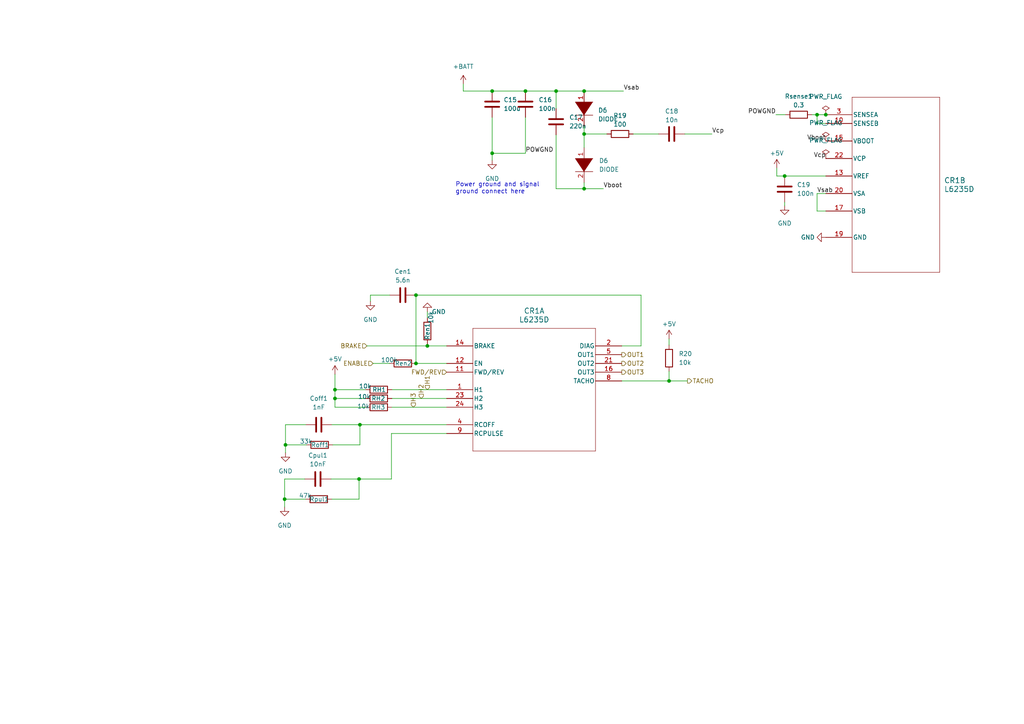
<source format=kicad_sch>
(kicad_sch (version 20230121) (generator eeschema)

  (uuid adbe0bbd-1984-4d79-8c25-e9e4495300f0)

  (paper "A4")

  (lib_symbols
    (symbol "Device:C" (pin_numbers hide) (pin_names (offset 0.254)) (in_bom yes) (on_board yes)
      (property "Reference" "C" (at 0.635 2.54 0)
        (effects (font (size 1.27 1.27)) (justify left))
      )
      (property "Value" "C" (at 0.635 -2.54 0)
        (effects (font (size 1.27 1.27)) (justify left))
      )
      (property "Footprint" "" (at 0.9652 -3.81 0)
        (effects (font (size 1.27 1.27)) hide)
      )
      (property "Datasheet" "~" (at 0 0 0)
        (effects (font (size 1.27 1.27)) hide)
      )
      (property "ki_keywords" "cap capacitor" (at 0 0 0)
        (effects (font (size 1.27 1.27)) hide)
      )
      (property "ki_description" "Unpolarized capacitor" (at 0 0 0)
        (effects (font (size 1.27 1.27)) hide)
      )
      (property "ki_fp_filters" "C_*" (at 0 0 0)
        (effects (font (size 1.27 1.27)) hide)
      )
      (symbol "C_0_1"
        (polyline
          (pts
            (xy -2.032 -0.762)
            (xy 2.032 -0.762)
          )
          (stroke (width 0.508) (type default))
          (fill (type none))
        )
        (polyline
          (pts
            (xy -2.032 0.762)
            (xy 2.032 0.762)
          )
          (stroke (width 0.508) (type default))
          (fill (type none))
        )
      )
      (symbol "C_1_1"
        (pin passive line (at 0 3.81 270) (length 2.794)
          (name "~" (effects (font (size 1.27 1.27))))
          (number "1" (effects (font (size 1.27 1.27))))
        )
        (pin passive line (at 0 -3.81 90) (length 2.794)
          (name "~" (effects (font (size 1.27 1.27))))
          (number "2" (effects (font (size 1.27 1.27))))
        )
      )
    )
    (symbol "Device:R" (pin_numbers hide) (pin_names (offset 0)) (in_bom yes) (on_board yes)
      (property "Reference" "R" (at 2.032 0 90)
        (effects (font (size 1.27 1.27)))
      )
      (property "Value" "R" (at 0 0 90)
        (effects (font (size 1.27 1.27)))
      )
      (property "Footprint" "" (at -1.778 0 90)
        (effects (font (size 1.27 1.27)) hide)
      )
      (property "Datasheet" "~" (at 0 0 0)
        (effects (font (size 1.27 1.27)) hide)
      )
      (property "ki_keywords" "R res resistor" (at 0 0 0)
        (effects (font (size 1.27 1.27)) hide)
      )
      (property "ki_description" "Resistor" (at 0 0 0)
        (effects (font (size 1.27 1.27)) hide)
      )
      (property "ki_fp_filters" "R_*" (at 0 0 0)
        (effects (font (size 1.27 1.27)) hide)
      )
      (symbol "R_0_1"
        (rectangle (start -1.016 -2.54) (end 1.016 2.54)
          (stroke (width 0.254) (type default))
          (fill (type none))
        )
      )
      (symbol "R_1_1"
        (pin passive line (at 0 3.81 270) (length 1.27)
          (name "~" (effects (font (size 1.27 1.27))))
          (number "1" (effects (font (size 1.27 1.27))))
        )
        (pin passive line (at 0 -3.81 90) (length 1.27)
          (name "~" (effects (font (size 1.27 1.27))))
          (number "2" (effects (font (size 1.27 1.27))))
        )
      )
    )
    (symbol "L6235D:L6235D" (pin_names (offset 0.254)) (in_bom yes) (on_board yes)
      (property "Reference" "CR" (at 25.4 10.16 0)
        (effects (font (size 1.524 1.524)))
      )
      (property "Value" "L6235D" (at 25.4 7.62 0)
        (effects (font (size 1.524 1.524)))
      )
      (property "Footprint" "SO-24_STM" (at 0 0 0)
        (effects (font (size 1.27 1.27) italic) hide)
      )
      (property "Datasheet" "L6235D" (at 0 0 0)
        (effects (font (size 1.27 1.27) italic) hide)
      )
      (property "ki_locked" "" (at 0 0 0)
        (effects (font (size 1.27 1.27)))
      )
      (property "ki_keywords" "L6235D" (at 0 0 0)
        (effects (font (size 1.27 1.27)) hide)
      )
      (property "ki_fp_filters" "SO-24_STM SO-24_STM-M SO-24_STM-L" (at 0 0 0)
        (effects (font (size 1.27 1.27)) hide)
      )
      (symbol "L6235D_1_1"
        (polyline
          (pts
            (xy 7.62 -30.48)
            (xy 43.18 -30.48)
          )
          (stroke (width 0.127) (type default))
          (fill (type none))
        )
        (polyline
          (pts
            (xy 7.62 5.08)
            (xy 7.62 -30.48)
          )
          (stroke (width 0.127) (type default))
          (fill (type none))
        )
        (polyline
          (pts
            (xy 43.18 -30.48)
            (xy 43.18 5.08)
          )
          (stroke (width 0.127) (type default))
          (fill (type none))
        )
        (polyline
          (pts
            (xy 43.18 5.08)
            (xy 7.62 5.08)
          )
          (stroke (width 0.127) (type default))
          (fill (type none))
        )
        (pin input line (at 0 -12.7 0) (length 7.62)
          (name "H1" (effects (font (size 1.27 1.27))))
          (number "1" (effects (font (size 1.27 1.27))))
        )
        (pin input line (at 0 -7.62 0) (length 7.62)
          (name "FWD/REV" (effects (font (size 1.27 1.27))))
          (number "11" (effects (font (size 1.27 1.27))))
        )
        (pin input line (at 0 -5.08 0) (length 7.62)
          (name "EN" (effects (font (size 1.27 1.27))))
          (number "12" (effects (font (size 1.27 1.27))))
        )
        (pin input line (at 0 0 0) (length 7.62)
          (name "BRAKE" (effects (font (size 1.27 1.27))))
          (number "14" (effects (font (size 1.27 1.27))))
        )
        (pin output line (at 50.8 -7.62 180) (length 7.62)
          (name "OUT3" (effects (font (size 1.27 1.27))))
          (number "16" (effects (font (size 1.27 1.27))))
        )
        (pin output line (at 50.8 0 180) (length 7.62)
          (name "DIAG" (effects (font (size 1.27 1.27))))
          (number "2" (effects (font (size 1.27 1.27))))
        )
        (pin output line (at 50.8 -5.08 180) (length 7.62)
          (name "OUT2" (effects (font (size 1.27 1.27))))
          (number "21" (effects (font (size 1.27 1.27))))
        )
        (pin input line (at 0 -15.24 0) (length 7.62)
          (name "H2" (effects (font (size 1.27 1.27))))
          (number "23" (effects (font (size 1.27 1.27))))
        )
        (pin input line (at 0 -17.78 0) (length 7.62)
          (name "H3" (effects (font (size 1.27 1.27))))
          (number "24" (effects (font (size 1.27 1.27))))
        )
        (pin unspecified line (at 0 -22.86 0) (length 7.62)
          (name "RCOFF" (effects (font (size 1.27 1.27))))
          (number "4" (effects (font (size 1.27 1.27))))
        )
        (pin output line (at 50.8 -2.54 180) (length 7.62)
          (name "OUT1" (effects (font (size 1.27 1.27))))
          (number "5" (effects (font (size 1.27 1.27))))
        )
        (pin output line (at 50.8 -10.16 180) (length 7.62)
          (name "TACHO" (effects (font (size 1.27 1.27))))
          (number "8" (effects (font (size 1.27 1.27))))
        )
        (pin unspecified line (at 0 -25.4 0) (length 7.62)
          (name "RCPULSE" (effects (font (size 1.27 1.27))))
          (number "9" (effects (font (size 1.27 1.27))))
        )
      )
      (symbol "L6235D_2_1"
        (polyline
          (pts
            (xy 7.62 -45.72)
            (xy 33.02 -45.72)
          )
          (stroke (width 0.127) (type default))
          (fill (type none))
        )
        (polyline
          (pts
            (xy 7.62 5.08)
            (xy 7.62 -45.72)
          )
          (stroke (width 0.127) (type default))
          (fill (type none))
        )
        (polyline
          (pts
            (xy 33.02 -45.72)
            (xy 33.02 5.08)
          )
          (stroke (width 0.127) (type default))
          (fill (type none))
        )
        (polyline
          (pts
            (xy 33.02 5.08)
            (xy 7.62 5.08)
          )
          (stroke (width 0.127) (type default))
          (fill (type none))
        )
        (pin power_in line (at 0 -2.54 0) (length 7.62)
          (name "SENSEB" (effects (font (size 1.27 1.27))))
          (number "10" (effects (font (size 1.27 1.27))))
        )
        (pin input line (at 0 -17.78 0) (length 7.62)
          (name "VREF" (effects (font (size 1.27 1.27))))
          (number "13" (effects (font (size 1.27 1.27))))
        )
        (pin power_in line (at 0 -7.62 0) (length 7.62)
          (name "VBOOT" (effects (font (size 1.27 1.27))))
          (number "15" (effects (font (size 1.27 1.27))))
        )
        (pin power_in line (at 0 -27.94 0) (length 7.62)
          (name "VSB" (effects (font (size 1.27 1.27))))
          (number "17" (effects (font (size 1.27 1.27))))
        )
        (pin power_out line (at 0 -38.1 0) (length 7.62)
          (name "GND" (effects (font (size 1.27 1.27))))
          (number "18" (effects (font (size 1.27 1.27))))
        )
        (pin power_out line (at 0 -40.64 0) (length 7.62)
          (name "GND" (effects (font (size 1.27 1.27))))
          (number "19" (effects (font (size 1.27 1.27))))
        )
        (pin power_in line (at 0 -22.86 0) (length 7.62)
          (name "VSA" (effects (font (size 1.27 1.27))))
          (number "20" (effects (font (size 1.27 1.27))))
        )
        (pin power_in line (at 0 -12.7 0) (length 7.62)
          (name "VCP" (effects (font (size 1.27 1.27))))
          (number "22" (effects (font (size 1.27 1.27))))
        )
        (pin power_in line (at 0 0 0) (length 7.62)
          (name "SENSEA" (effects (font (size 1.27 1.27))))
          (number "3" (effects (font (size 1.27 1.27))))
        )
        (pin power_out line (at 0 -33.02 0) (length 7.62)
          (name "GND" (effects (font (size 1.27 1.27))))
          (number "6" (effects (font (size 1.27 1.27))))
        )
        (pin power_out line (at 0 -35.56 0) (length 7.62)
          (name "GND" (effects (font (size 1.27 1.27))))
          (number "7" (effects (font (size 1.27 1.27))))
        )
      )
    )
    (symbol "L6235D_1" (pin_names (offset 0.254)) (in_bom yes) (on_board yes)
      (property "Reference" "CR" (at 25.4 10.16 0)
        (effects (font (size 1.524 1.524)))
      )
      (property "Value" "L6235D" (at 25.4 7.62 0)
        (effects (font (size 1.524 1.524)))
      )
      (property "Footprint" "SO-24_STM" (at 0 0 0)
        (effects (font (size 1.27 1.27) italic) hide)
      )
      (property "Datasheet" "L6235D" (at 0 0 0)
        (effects (font (size 1.27 1.27) italic) hide)
      )
      (property "ki_locked" "" (at 0 0 0)
        (effects (font (size 1.27 1.27)))
      )
      (property "ki_keywords" "L6235D" (at 0 0 0)
        (effects (font (size 1.27 1.27)) hide)
      )
      (property "ki_fp_filters" "SO-24_STM SO-24_STM-M SO-24_STM-L" (at 0 0 0)
        (effects (font (size 1.27 1.27)) hide)
      )
      (symbol "L6235D_1_1_1"
        (polyline
          (pts
            (xy 7.62 -30.48)
            (xy 43.18 -30.48)
          )
          (stroke (width 0.127) (type default))
          (fill (type none))
        )
        (polyline
          (pts
            (xy 7.62 5.08)
            (xy 7.62 -30.48)
          )
          (stroke (width 0.127) (type default))
          (fill (type none))
        )
        (polyline
          (pts
            (xy 43.18 -30.48)
            (xy 43.18 5.08)
          )
          (stroke (width 0.127) (type default))
          (fill (type none))
        )
        (polyline
          (pts
            (xy 43.18 5.08)
            (xy 7.62 5.08)
          )
          (stroke (width 0.127) (type default))
          (fill (type none))
        )
        (pin input line (at 0 -12.7 0) (length 7.62)
          (name "H1" (effects (font (size 1.27 1.27))))
          (number "1" (effects (font (size 1.27 1.27))))
        )
        (pin input line (at 0 -7.62 0) (length 7.62)
          (name "FWD/REV" (effects (font (size 1.27 1.27))))
          (number "11" (effects (font (size 1.27 1.27))))
        )
        (pin input line (at 0 -5.08 0) (length 7.62)
          (name "EN" (effects (font (size 1.27 1.27))))
          (number "12" (effects (font (size 1.27 1.27))))
        )
        (pin input line (at 0 0 0) (length 7.62)
          (name "BRAKE" (effects (font (size 1.27 1.27))))
          (number "14" (effects (font (size 1.27 1.27))))
        )
        (pin output line (at 50.8 -7.62 180) (length 7.62)
          (name "OUT3" (effects (font (size 1.27 1.27))))
          (number "16" (effects (font (size 1.27 1.27))))
        )
        (pin output line (at 50.8 0 180) (length 7.62)
          (name "DIAG" (effects (font (size 1.27 1.27))))
          (number "2" (effects (font (size 1.27 1.27))))
        )
        (pin output line (at 50.8 -5.08 180) (length 7.62)
          (name "OUT2" (effects (font (size 1.27 1.27))))
          (number "21" (effects (font (size 1.27 1.27))))
        )
        (pin input line (at 0 -15.24 0) (length 7.62)
          (name "H2" (effects (font (size 1.27 1.27))))
          (number "23" (effects (font (size 1.27 1.27))))
        )
        (pin input line (at 0 -17.78 0) (length 7.62)
          (name "H3" (effects (font (size 1.27 1.27))))
          (number "24" (effects (font (size 1.27 1.27))))
        )
        (pin unspecified line (at 0 -22.86 0) (length 7.62)
          (name "RCOFF" (effects (font (size 1.27 1.27))))
          (number "4" (effects (font (size 1.27 1.27))))
        )
        (pin output line (at 50.8 -2.54 180) (length 7.62)
          (name "OUT1" (effects (font (size 1.27 1.27))))
          (number "5" (effects (font (size 1.27 1.27))))
        )
        (pin output line (at 50.8 -10.16 180) (length 7.62)
          (name "TACHO" (effects (font (size 1.27 1.27))))
          (number "8" (effects (font (size 1.27 1.27))))
        )
        (pin unspecified line (at 0 -25.4 0) (length 7.62)
          (name "RCPULSE" (effects (font (size 1.27 1.27))))
          (number "9" (effects (font (size 1.27 1.27))))
        )
      )
      (symbol "L6235D_1_2_1"
        (polyline
          (pts
            (xy 7.62 -45.72)
            (xy 33.02 -45.72)
          )
          (stroke (width 0.127) (type default))
          (fill (type none))
        )
        (polyline
          (pts
            (xy 7.62 5.08)
            (xy 7.62 -45.72)
          )
          (stroke (width 0.127) (type default))
          (fill (type none))
        )
        (polyline
          (pts
            (xy 33.02 -45.72)
            (xy 33.02 5.08)
          )
          (stroke (width 0.127) (type default))
          (fill (type none))
        )
        (polyline
          (pts
            (xy 33.02 5.08)
            (xy 7.62 5.08)
          )
          (stroke (width 0.127) (type default))
          (fill (type none))
        )
        (pin power_in line (at 0 -2.54 0) (length 7.62)
          (name "SENSEB" (effects (font (size 1.27 1.27))))
          (number "10" (effects (font (size 1.27 1.27))))
        )
        (pin input line (at 0 -17.78 0) (length 7.62)
          (name "VREF" (effects (font (size 1.27 1.27))))
          (number "13" (effects (font (size 1.27 1.27))))
        )
        (pin power_in line (at 0 -7.62 0) (length 7.62)
          (name "VBOOT" (effects (font (size 1.27 1.27))))
          (number "15" (effects (font (size 1.27 1.27))))
        )
        (pin power_in line (at 0 -27.94 0) (length 7.62)
          (name "VSB" (effects (font (size 1.27 1.27))))
          (number "17" (effects (font (size 1.27 1.27))))
        )
        (pin passive line (at 0 -35.56 0) (length 7.62) hide
          (name "GND" (effects (font (size 1.27 1.27))))
          (number "18" (effects (font (size 1.27 1.27))))
        )
        (pin power_in line (at 0 -35.56 0) (length 7.62)
          (name "GND" (effects (font (size 1.27 1.27))))
          (number "19" (effects (font (size 1.27 1.27))))
        )
        (pin power_in line (at 0 -22.86 0) (length 7.62)
          (name "VSA" (effects (font (size 1.27 1.27))))
          (number "20" (effects (font (size 1.27 1.27))))
        )
        (pin power_in line (at 0 -12.7 0) (length 7.62)
          (name "VCP" (effects (font (size 1.27 1.27))))
          (number "22" (effects (font (size 1.27 1.27))))
        )
        (pin power_in line (at 0 0 0) (length 7.62)
          (name "SENSEA" (effects (font (size 1.27 1.27))))
          (number "3" (effects (font (size 1.27 1.27))))
        )
        (pin passive line (at 0 -35.56 0) (length 7.62) hide
          (name "GND" (effects (font (size 1.27 1.27))))
          (number "6" (effects (font (size 1.27 1.27))))
        )
        (pin passive line (at 0 -35.56 0) (length 7.62) hide
          (name "GND" (effects (font (size 1.27 1.27))))
          (number "7" (effects (font (size 1.27 1.27))))
        )
      )
    )
    (symbol "power:+5V" (power) (pin_names (offset 0)) (in_bom yes) (on_board yes)
      (property "Reference" "#PWR" (at 0 -3.81 0)
        (effects (font (size 1.27 1.27)) hide)
      )
      (property "Value" "+5V" (at 0 3.556 0)
        (effects (font (size 1.27 1.27)))
      )
      (property "Footprint" "" (at 0 0 0)
        (effects (font (size 1.27 1.27)) hide)
      )
      (property "Datasheet" "" (at 0 0 0)
        (effects (font (size 1.27 1.27)) hide)
      )
      (property "ki_keywords" "global power" (at 0 0 0)
        (effects (font (size 1.27 1.27)) hide)
      )
      (property "ki_description" "Power symbol creates a global label with name \"+5V\"" (at 0 0 0)
        (effects (font (size 1.27 1.27)) hide)
      )
      (symbol "+5V_0_1"
        (polyline
          (pts
            (xy -0.762 1.27)
            (xy 0 2.54)
          )
          (stroke (width 0) (type default))
          (fill (type none))
        )
        (polyline
          (pts
            (xy 0 0)
            (xy 0 2.54)
          )
          (stroke (width 0) (type default))
          (fill (type none))
        )
        (polyline
          (pts
            (xy 0 2.54)
            (xy 0.762 1.27)
          )
          (stroke (width 0) (type default))
          (fill (type none))
        )
      )
      (symbol "+5V_1_1"
        (pin power_in line (at 0 0 90) (length 0) hide
          (name "+5V" (effects (font (size 1.27 1.27))))
          (number "1" (effects (font (size 1.27 1.27))))
        )
      )
    )
    (symbol "power:+BATT" (power) (pin_names (offset 0)) (in_bom yes) (on_board yes)
      (property "Reference" "#PWR" (at 0 -3.81 0)
        (effects (font (size 1.27 1.27)) hide)
      )
      (property "Value" "+BATT" (at 0 3.556 0)
        (effects (font (size 1.27 1.27)))
      )
      (property "Footprint" "" (at 0 0 0)
        (effects (font (size 1.27 1.27)) hide)
      )
      (property "Datasheet" "" (at 0 0 0)
        (effects (font (size 1.27 1.27)) hide)
      )
      (property "ki_keywords" "power-flag battery" (at 0 0 0)
        (effects (font (size 1.27 1.27)) hide)
      )
      (property "ki_description" "Power symbol creates a global label with name \"+BATT\"" (at 0 0 0)
        (effects (font (size 1.27 1.27)) hide)
      )
      (symbol "+BATT_0_1"
        (polyline
          (pts
            (xy -0.762 1.27)
            (xy 0 2.54)
          )
          (stroke (width 0) (type default))
          (fill (type none))
        )
        (polyline
          (pts
            (xy 0 0)
            (xy 0 2.54)
          )
          (stroke (width 0) (type default))
          (fill (type none))
        )
        (polyline
          (pts
            (xy 0 2.54)
            (xy 0.762 1.27)
          )
          (stroke (width 0) (type default))
          (fill (type none))
        )
      )
      (symbol "+BATT_1_1"
        (pin power_in line (at 0 0 90) (length 0) hide
          (name "+BATT" (effects (font (size 1.27 1.27))))
          (number "1" (effects (font (size 1.27 1.27))))
        )
      )
    )
    (symbol "power:GND" (power) (pin_names (offset 0)) (in_bom yes) (on_board yes)
      (property "Reference" "#PWR" (at 0 -6.35 0)
        (effects (font (size 1.27 1.27)) hide)
      )
      (property "Value" "GND" (at 0 -3.81 0)
        (effects (font (size 1.27 1.27)))
      )
      (property "Footprint" "" (at 0 0 0)
        (effects (font (size 1.27 1.27)) hide)
      )
      (property "Datasheet" "" (at 0 0 0)
        (effects (font (size 1.27 1.27)) hide)
      )
      (property "ki_keywords" "global power" (at 0 0 0)
        (effects (font (size 1.27 1.27)) hide)
      )
      (property "ki_description" "Power symbol creates a global label with name \"GND\" , ground" (at 0 0 0)
        (effects (font (size 1.27 1.27)) hide)
      )
      (symbol "GND_0_1"
        (polyline
          (pts
            (xy 0 0)
            (xy 0 -1.27)
            (xy 1.27 -1.27)
            (xy 0 -2.54)
            (xy -1.27 -1.27)
            (xy 0 -1.27)
          )
          (stroke (width 0) (type default))
          (fill (type none))
        )
      )
      (symbol "GND_1_1"
        (pin power_in line (at 0 0 270) (length 0) hide
          (name "GND" (effects (font (size 1.27 1.27))))
          (number "1" (effects (font (size 1.27 1.27))))
        )
      )
    )
    (symbol "power:PWR_FLAG" (power) (pin_numbers hide) (pin_names (offset 0) hide) (in_bom yes) (on_board yes)
      (property "Reference" "#FLG" (at 0 1.905 0)
        (effects (font (size 1.27 1.27)) hide)
      )
      (property "Value" "PWR_FLAG" (at 0 3.81 0)
        (effects (font (size 1.27 1.27)))
      )
      (property "Footprint" "" (at 0 0 0)
        (effects (font (size 1.27 1.27)) hide)
      )
      (property "Datasheet" "~" (at 0 0 0)
        (effects (font (size 1.27 1.27)) hide)
      )
      (property "ki_keywords" "flag power" (at 0 0 0)
        (effects (font (size 1.27 1.27)) hide)
      )
      (property "ki_description" "Special symbol for telling ERC where power comes from" (at 0 0 0)
        (effects (font (size 1.27 1.27)) hide)
      )
      (symbol "PWR_FLAG_0_0"
        (pin power_out line (at 0 0 90) (length 0)
          (name "pwr" (effects (font (size 1.27 1.27))))
          (number "1" (effects (font (size 1.27 1.27))))
        )
      )
      (symbol "PWR_FLAG_0_1"
        (polyline
          (pts
            (xy 0 0)
            (xy 0 1.27)
            (xy -1.016 1.905)
            (xy 0 2.54)
            (xy 1.016 1.905)
            (xy 0 1.27)
          )
          (stroke (width 0) (type default))
          (fill (type none))
        )
      )
    )
    (symbol "pspice:DIODE" (pin_names (offset 1.016) hide) (in_bom yes) (on_board yes)
      (property "Reference" "D" (at 0 3.81 0)
        (effects (font (size 1.27 1.27)))
      )
      (property "Value" "DIODE" (at 0 -4.445 0)
        (effects (font (size 1.27 1.27)))
      )
      (property "Footprint" "" (at 0 0 0)
        (effects (font (size 1.27 1.27)) hide)
      )
      (property "Datasheet" "~" (at 0 0 0)
        (effects (font (size 1.27 1.27)) hide)
      )
      (property "ki_keywords" "simulation" (at 0 0 0)
        (effects (font (size 1.27 1.27)) hide)
      )
      (property "ki_description" "Diode symbol for simulation only. Pin order incompatible with official kicad footprints" (at 0 0 0)
        (effects (font (size 1.27 1.27)) hide)
      )
      (symbol "DIODE_0_1"
        (polyline
          (pts
            (xy 1.905 2.54)
            (xy 1.905 -2.54)
          )
          (stroke (width 0) (type default))
          (fill (type none))
        )
        (polyline
          (pts
            (xy -1.905 2.54)
            (xy -1.905 -2.54)
            (xy 1.905 0)
          )
          (stroke (width 0) (type default))
          (fill (type outline))
        )
      )
      (symbol "DIODE_1_1"
        (pin input line (at -5.08 0 0) (length 3.81)
          (name "K" (effects (font (size 1.27 1.27))))
          (number "1" (effects (font (size 1.27 1.27))))
        )
        (pin input line (at 5.08 0 180) (length 3.81)
          (name "A" (effects (font (size 1.27 1.27))))
          (number "2" (effects (font (size 1.27 1.27))))
        )
      )
    )
  )

  (junction (at 227.584 51.054) (diameter 0) (color 0 0 0 0)
    (uuid 20e0e1ca-d8bf-4176-9fc6-d8ec1593d26f)
  )
  (junction (at 194.056 110.49) (diameter 0) (color 0 0 0 0)
    (uuid 3ece46a2-e3f0-430e-bb45-b1af5668e724)
  )
  (junction (at 120.65 85.598) (diameter 0) (color 0 0 0 0)
    (uuid 46c22c94-93e8-4971-ad4a-0a47d4208b13)
  )
  (junction (at 152.4 26.416) (diameter 0) (color 0 0 0 0)
    (uuid 635091cd-c8a3-4c1b-bb69-d1b0e4fc1e4f)
  )
  (junction (at 120.65 105.41) (diameter 0) (color 0 0 0 0)
    (uuid 6599d8a9-a967-46bc-bcb3-655f5ff7fd29)
  )
  (junction (at 236.982 33.274) (diameter 0) (color 0 0 0 0)
    (uuid 6e52db8b-5e41-4cc5-9525-cc876c6e2dfe)
  )
  (junction (at 123.952 100.33) (diameter 0) (color 0 0 0 0)
    (uuid 6f58c9ed-f5c8-4c00-9ba4-c721a599fd20)
  )
  (junction (at 142.748 26.416) (diameter 0) (color 0 0 0 0)
    (uuid 7227b627-8470-474e-af7a-c68461914732)
  )
  (junction (at 104.14 138.938) (diameter 0) (color 0 0 0 0)
    (uuid 7f566522-3b1d-49ee-8396-b0304e5f3741)
  )
  (junction (at 82.804 129.032) (diameter 0) (color 0 0 0 0)
    (uuid 85d80de7-c033-492a-9886-99aafb464f9c)
  )
  (junction (at 169.418 54.737) (diameter 0) (color 0 0 0 0)
    (uuid 8b2bfbb3-a1ed-4208-9b9d-fe6f077e1547)
  )
  (junction (at 82.55 144.78) (diameter 0) (color 0 0 0 0)
    (uuid 8c52400c-4251-4287-84b4-d09eb1f4de28)
  )
  (junction (at 169.418 38.862) (diameter 0) (color 0 0 0 0)
    (uuid 9d6a67c7-7594-499c-b9fa-b98813a6bdf3)
  )
  (junction (at 239.5154 33.274) (diameter 0) (color 0 0 0 0)
    (uuid a183851b-752b-4bbe-af7e-5e5909f451a0)
  )
  (junction (at 97.155 113.03) (diameter 0) (color 0 0 0 0)
    (uuid b8d9adba-483b-4e4e-8cc2-c0a777c12d57)
  )
  (junction (at 97.155 115.57) (diameter 0) (color 0 0 0 0)
    (uuid c1535473-dd5c-4963-ab25-2f4c373028b6)
  )
  (junction (at 169.418 26.416) (diameter 0) (color 0 0 0 0)
    (uuid d27c648d-6db4-4ed4-ad3b-3743b6f865f8)
  )
  (junction (at 142.748 44.45) (diameter 0) (color 0 0 0 0)
    (uuid d36f488e-6ba0-4fd7-8b32-fda06cbf1530)
  )
  (junction (at 161.29 26.416) (diameter 0) (color 0 0 0 0)
    (uuid da9ad41f-d05a-4542-a90d-8b50b3dc2172)
  )
  (junction (at 104.394 123.19) (diameter 0) (color 0 0 0 0)
    (uuid db7e5364-d7d9-429f-b4e8-b478a3c8c05d)
  )

  (wire (pts (xy 82.804 129.032) (xy 82.804 131.318))
    (stroke (width 0) (type default))
    (uuid 00835430-c53c-4e3d-b878-f179de804371)
  )
  (wire (pts (xy 161.29 26.416) (xy 169.418 26.416))
    (stroke (width 0) (type default))
    (uuid 03fe5648-00ea-4c8d-a847-e46c9544e7b3)
  )
  (wire (pts (xy 227.584 51.054) (xy 225.298 51.054))
    (stroke (width 0) (type default))
    (uuid 043fa421-ffc4-48e9-8d4e-c3e07f4a42e6)
  )
  (wire (pts (xy 134.366 24.384) (xy 134.366 26.416))
    (stroke (width 0) (type default))
    (uuid 067cc0c0-83a8-450a-837e-414d90558c6b)
  )
  (wire (pts (xy 96.266 123.19) (xy 104.394 123.19))
    (stroke (width 0) (type default))
    (uuid 07135dfd-366d-4ce5-9755-d83fd69e367b)
  )
  (wire (pts (xy 104.394 129.032) (xy 96.52 129.032))
    (stroke (width 0) (type default))
    (uuid 0bfa3a0d-dfbc-49fc-9caf-d6204cd9af72)
  )
  (wire (pts (xy 185.928 100.33) (xy 185.928 85.598))
    (stroke (width 0) (type default))
    (uuid 195ed0a4-0201-42ca-afa4-32019e2e59e1)
  )
  (wire (pts (xy 97.155 115.57) (xy 97.155 118.11))
    (stroke (width 0) (type default))
    (uuid 1a16c8c6-23ec-4396-a135-ea41ab64825b)
  )
  (wire (pts (xy 225.298 51.054) (xy 225.298 48.768))
    (stroke (width 0) (type default))
    (uuid 1bae9952-5709-4611-ab85-fdd07d992700)
  )
  (wire (pts (xy 161.29 26.416) (xy 161.29 31.496))
    (stroke (width 0) (type default))
    (uuid 1bb2c804-7bd4-4c89-9c99-1c06088b2af8)
  )
  (wire (pts (xy 96.012 138.938) (xy 104.14 138.938))
    (stroke (width 0) (type default))
    (uuid 1f13d81e-f23c-49fb-a45c-eac210a31a5e)
  )
  (wire (pts (xy 107.442 85.598) (xy 107.442 87.376))
    (stroke (width 0) (type default))
    (uuid 20aacc87-055a-41f5-9a11-b3649c1a5ab7)
  )
  (wire (pts (xy 235.458 33.274) (xy 236.982 33.274))
    (stroke (width 0) (type default))
    (uuid 2119f9fd-3294-45df-94d6-bd050211b07b)
  )
  (wire (pts (xy 225.044 33.274) (xy 227.838 33.274))
    (stroke (width 0) (type default))
    (uuid 222d0d93-d7a8-446d-982b-df9bd724d389)
  )
  (wire (pts (xy 134.366 26.416) (xy 142.748 26.416))
    (stroke (width 0) (type default))
    (uuid 261da789-0bd6-4a40-8a2e-1d3f40033a63)
  )
  (wire (pts (xy 129.54 100.33) (xy 123.952 100.33))
    (stroke (width 0) (type default))
    (uuid 3a18f12c-7b31-41bf-a2f1-710fc9c431a5)
  )
  (wire (pts (xy 88.9 129.032) (xy 82.804 129.032))
    (stroke (width 0) (type default))
    (uuid 3e1d2122-bbcd-43cf-b417-38aeb3e26dd1)
  )
  (wire (pts (xy 169.418 38.862) (xy 169.418 42.799))
    (stroke (width 0) (type default))
    (uuid 3eaf909a-5edf-4a5d-a468-28739febc0c8)
  )
  (wire (pts (xy 82.55 144.78) (xy 82.55 147.066))
    (stroke (width 0) (type default))
    (uuid 42da54bf-7f36-440a-9abc-bc1c4f0f8927)
  )
  (wire (pts (xy 236.982 61.214) (xy 236.982 56.134))
    (stroke (width 0) (type default))
    (uuid 44933546-4235-4a13-9605-860793ab1f3c)
  )
  (wire (pts (xy 106.426 100.33) (xy 123.952 100.33))
    (stroke (width 0) (type default))
    (uuid 473a14ef-deb7-4598-b0be-135344f3bb3e)
  )
  (wire (pts (xy 169.418 54.737) (xy 175.006 54.737))
    (stroke (width 0) (type default))
    (uuid 48be2182-462c-4b37-88a2-6dd62b5d95dc)
  )
  (wire (pts (xy 152.4 26.416) (xy 161.29 26.416))
    (stroke (width 0) (type default))
    (uuid 49966dfc-d0d0-4eaa-af42-16b84824c072)
  )
  (wire (pts (xy 161.29 39.116) (xy 161.29 54.737))
    (stroke (width 0) (type default))
    (uuid 49d27f45-6bba-4f0e-9d13-0677f154cb32)
  )
  (wire (pts (xy 142.748 46.482) (xy 142.748 44.45))
    (stroke (width 0) (type default))
    (uuid 4b47e134-eb84-494c-b51b-b51ce127b617)
  )
  (wire (pts (xy 180.34 100.33) (xy 185.928 100.33))
    (stroke (width 0) (type default))
    (uuid 5295c854-3674-4882-b2fb-acdb86e2d033)
  )
  (wire (pts (xy 185.928 85.598) (xy 120.65 85.598))
    (stroke (width 0) (type default))
    (uuid 53d69f34-fed5-4544-807a-2136a0a24393)
  )
  (wire (pts (xy 236.982 33.274) (xy 239.5154 33.274))
    (stroke (width 0) (type default))
    (uuid 5692ac82-f502-4e67-b5a2-a0f8aa12a1cc)
  )
  (wire (pts (xy 106.045 118.11) (xy 97.155 118.11))
    (stroke (width 0) (type default))
    (uuid 5d560ff0-bf01-4e91-9e80-2ccd6d42ff86)
  )
  (wire (pts (xy 88.392 138.938) (xy 82.55 138.938))
    (stroke (width 0) (type default))
    (uuid 6358fbe1-c939-4680-8bf3-a9d0b0bdb252)
  )
  (wire (pts (xy 104.394 123.19) (xy 129.54 123.19))
    (stroke (width 0) (type default))
    (uuid 639056d5-7bb9-4323-82a3-de9c49aa9b07)
  )
  (wire (pts (xy 183.642 38.862) (xy 191.008 38.862))
    (stroke (width 0) (type default))
    (uuid 66934c5c-bcc9-4012-963c-c0039f975e41)
  )
  (wire (pts (xy 129.54 125.73) (xy 113.538 125.73))
    (stroke (width 0) (type default))
    (uuid 68599264-d24b-45bd-bb07-ea1b8f2ceb85)
  )
  (wire (pts (xy 239.522 51.054) (xy 227.584 51.054))
    (stroke (width 0) (type default))
    (uuid 6b314909-88be-4a48-a108-a9de5a31d45c)
  )
  (wire (pts (xy 113.538 125.73) (xy 113.538 138.938))
    (stroke (width 0) (type default))
    (uuid 76371907-01fd-4734-8d00-3d1d8591ac5f)
  )
  (wire (pts (xy 97.155 113.03) (xy 106.045 113.03))
    (stroke (width 0) (type default))
    (uuid 80872512-f51b-435e-9942-ce0400958f5b)
  )
  (wire (pts (xy 198.628 38.862) (xy 206.502 38.862))
    (stroke (width 0) (type default))
    (uuid 83f4a361-59a2-493e-8ee0-3932862af828)
  )
  (wire (pts (xy 194.056 110.49) (xy 199.39 110.49))
    (stroke (width 0) (type default))
    (uuid 8457f55f-1f55-4508-87b4-46e140747655)
  )
  (wire (pts (xy 113.03 85.598) (xy 107.442 85.598))
    (stroke (width 0) (type default))
    (uuid 86e43894-16f5-4659-bf30-8ae6b0f3b79d)
  )
  (wire (pts (xy 239.522 61.214) (xy 236.982 61.214))
    (stroke (width 0) (type default))
    (uuid 8a848e37-ea31-4b96-af76-bbbaad28af6e)
  )
  (wire (pts (xy 104.14 138.938) (xy 104.14 144.78))
    (stroke (width 0) (type default))
    (uuid 8ea04e75-b9cf-4448-a2ef-2285e634be55)
  )
  (wire (pts (xy 152.4 34.036) (xy 152.4 44.45))
    (stroke (width 0) (type default))
    (uuid 9317bf0c-5439-4163-808a-0b7d2e0fe44a)
  )
  (wire (pts (xy 169.418 52.959) (xy 169.418 54.737))
    (stroke (width 0) (type default))
    (uuid 94bf4497-4b71-436f-90ca-0b74589c44d0)
  )
  (wire (pts (xy 104.394 123.19) (xy 104.394 129.032))
    (stroke (width 0) (type default))
    (uuid 9c31ce92-cdee-4a15-91e0-226986e749dd)
  )
  (wire (pts (xy 113.665 118.11) (xy 129.54 118.11))
    (stroke (width 0) (type default))
    (uuid a0e387e7-9127-4140-8d59-12ce0c2c5954)
  )
  (wire (pts (xy 88.646 144.78) (xy 82.55 144.78))
    (stroke (width 0) (type default))
    (uuid a1944b17-725b-410c-a638-ba4581f5de45)
  )
  (wire (pts (xy 142.748 44.45) (xy 152.4 44.45))
    (stroke (width 0) (type default))
    (uuid a2d31922-70cf-4710-8ca3-3fdee771798a)
  )
  (wire (pts (xy 239.5154 33.274) (xy 239.522 33.274))
    (stroke (width 0) (type default))
    (uuid ab50b8e5-c1df-4fd7-a4c6-7020b2d25f59)
  )
  (wire (pts (xy 104.14 144.78) (xy 96.266 144.78))
    (stroke (width 0) (type default))
    (uuid ad039821-6185-4de4-8a86-e347f47cb143)
  )
  (wire (pts (xy 88.646 123.19) (xy 82.804 123.19))
    (stroke (width 0) (type default))
    (uuid ad6fbaba-d96e-4997-8011-ce865cb2acb6)
  )
  (wire (pts (xy 169.418 26.416) (xy 180.848 26.416))
    (stroke (width 0) (type default))
    (uuid b147955a-05de-451c-aa46-d926cad65fee)
  )
  (wire (pts (xy 113.665 113.03) (xy 129.54 113.03))
    (stroke (width 0) (type default))
    (uuid b464cf29-f163-4044-8a7a-6cb5e919a2f1)
  )
  (wire (pts (xy 227.584 58.674) (xy 227.584 59.69))
    (stroke (width 0) (type default))
    (uuid b60a07bf-a426-4197-9e6d-14b8cbc87710)
  )
  (wire (pts (xy 123.952 90.424) (xy 123.952 92.202))
    (stroke (width 0) (type default))
    (uuid b67bb428-867f-4171-af45-605a1e304374)
  )
  (wire (pts (xy 236.982 35.814) (xy 236.982 33.274))
    (stroke (width 0) (type default))
    (uuid b94389b7-d334-46c8-9619-615ad1883cb6)
  )
  (wire (pts (xy 239.522 35.814) (xy 236.982 35.814))
    (stroke (width 0) (type default))
    (uuid bcdae87b-d1db-49ca-9422-2c83ab775cc4)
  )
  (wire (pts (xy 142.748 34.036) (xy 142.748 44.45))
    (stroke (width 0) (type default))
    (uuid c023b830-51e1-42de-9eca-a5a2a2b0a75b)
  )
  (wire (pts (xy 113.665 115.57) (xy 129.54 115.57))
    (stroke (width 0) (type default))
    (uuid c2b5f7dc-c653-4228-9e52-05820efc360e)
  )
  (wire (pts (xy 120.65 85.598) (xy 120.65 105.41))
    (stroke (width 0) (type default))
    (uuid c3e80f30-6bb1-4c95-b526-c50566eb08dc)
  )
  (wire (pts (xy 142.748 26.416) (xy 152.4 26.416))
    (stroke (width 0) (type default))
    (uuid c45116d6-4f64-4d6b-a156-23fe62d7ca16)
  )
  (wire (pts (xy 176.022 38.862) (xy 169.418 38.862))
    (stroke (width 0) (type default))
    (uuid c5ba55b6-3c4a-48f9-8c88-e5f0c7b4474a)
  )
  (wire (pts (xy 180.34 110.49) (xy 194.056 110.49))
    (stroke (width 0) (type default))
    (uuid d35032e0-8ef5-4a47-9afe-bf101a4e98e1)
  )
  (wire (pts (xy 236.982 56.134) (xy 239.522 56.134))
    (stroke (width 0) (type default))
    (uuid d87366bb-5a8c-4068-9b47-7a6725389b3f)
  )
  (wire (pts (xy 194.056 107.696) (xy 194.056 110.49))
    (stroke (width 0) (type default))
    (uuid e1c9eac7-62b3-480f-a87a-e90400bd65b0)
  )
  (wire (pts (xy 97.155 115.57) (xy 97.155 113.03))
    (stroke (width 0) (type default))
    (uuid e2173b06-c2c0-4be1-8e4b-83420e64bb0e)
  )
  (wire (pts (xy 108.204 105.41) (xy 113.03 105.41))
    (stroke (width 0) (type default))
    (uuid e3684163-6a7d-480c-bb29-95e37adae693)
  )
  (wire (pts (xy 194.056 98.298) (xy 194.056 100.076))
    (stroke (width 0) (type default))
    (uuid e4859837-3718-439a-be4e-5261bb6a63c7)
  )
  (wire (pts (xy 82.55 138.938) (xy 82.55 144.78))
    (stroke (width 0) (type default))
    (uuid e51211b1-847d-46bb-956c-cc736d1302de)
  )
  (wire (pts (xy 97.155 108.585) (xy 97.155 113.03))
    (stroke (width 0) (type default))
    (uuid e9239594-d164-47de-a1e3-c553ec4f4c76)
  )
  (wire (pts (xy 113.538 138.938) (xy 104.14 138.938))
    (stroke (width 0) (type default))
    (uuid eacfe7b7-434a-4259-bc69-4b16c8e31d71)
  )
  (wire (pts (xy 82.804 123.19) (xy 82.804 129.032))
    (stroke (width 0) (type default))
    (uuid ec9ea8f4-f239-4846-a169-b683e55ea097)
  )
  (wire (pts (xy 120.65 105.41) (xy 129.54 105.41))
    (stroke (width 0) (type default))
    (uuid ece73515-a4bf-413a-b204-5611a7385a72)
  )
  (wire (pts (xy 161.29 54.737) (xy 169.418 54.737))
    (stroke (width 0) (type default))
    (uuid ed2b7cb4-6341-451d-a9e7-fb9a92e25222)
  )
  (wire (pts (xy 169.418 36.576) (xy 169.418 38.862))
    (stroke (width 0) (type default))
    (uuid efac31e9-3969-41ca-8e9e-3b69c24ac4ea)
  )
  (wire (pts (xy 123.952 99.822) (xy 123.952 100.33))
    (stroke (width 0) (type default))
    (uuid f8d29802-e677-4f10-a94d-8d568312c7fb)
  )
  (wire (pts (xy 106.045 115.57) (xy 97.155 115.57))
    (stroke (width 0) (type default))
    (uuid f9d7417b-955d-42b5-a5b2-3bdcba4801dd)
  )

  (text "Power ground and signal\nground connect here" (at 132.08 56.388 0)
    (effects (font (size 1.27 1.27)) (justify left bottom))
    (uuid d7653da0-91bb-404d-8ad0-09a922c1923e)
  )

  (label "Vsab" (at 236.982 56.134 0) (fields_autoplaced)
    (effects (font (size 1.27 1.27)) (justify left bottom))
    (uuid 1948c990-bece-4929-b7f8-d8609fd71452)
  )
  (label "POWGND" (at 225.044 33.274 180) (fields_autoplaced)
    (effects (font (size 1.27 1.27)) (justify right bottom))
    (uuid 1a9e24fb-2b67-4df8-a1dc-17d8d82b3a56)
  )
  (label "Vcp" (at 206.502 38.862 0) (fields_autoplaced)
    (effects (font (size 1.27 1.27)) (justify left bottom))
    (uuid 44e8a2db-b599-4f35-b81b-948d8e6d4a37)
  )
  (label "Vboot" (at 175.006 54.737 0) (fields_autoplaced)
    (effects (font (size 1.27 1.27)) (justify left bottom))
    (uuid 5ebc37ae-884d-46e0-ae59-860a6bf9d211)
  )
  (label "POWGND" (at 152.4 44.45 0) (fields_autoplaced)
    (effects (font (size 1.27 1.27)) (justify left bottom))
    (uuid 707af7a4-74ad-4ce5-9fda-e263337b045e)
  )
  (label "Vcp" (at 239.522 45.974 180) (fields_autoplaced)
    (effects (font (size 1.27 1.27)) (justify right bottom))
    (uuid 79f8138b-bb5c-47d4-8559-2f70b687022b)
  )
  (label "Vboot" (at 239.522 40.894 180) (fields_autoplaced)
    (effects (font (size 1.27 1.27)) (justify right bottom))
    (uuid 8b8b5640-973e-4eef-b4c7-695bebff3f84)
  )
  (label "Vsab" (at 180.848 26.416 0) (fields_autoplaced)
    (effects (font (size 1.27 1.27)) (justify left bottom))
    (uuid f5da6757-e031-4730-b343-d7491d5c2d72)
  )

  (hierarchical_label "H1" (shape input) (at 123.952 113.03 90) (fields_autoplaced)
    (effects (font (size 1.27 1.27)) (justify left))
    (uuid 082e9477-29e5-486f-ab22-f0f5d38c6e9d)
  )
  (hierarchical_label "BRAKE" (shape input) (at 106.426 100.33 180) (fields_autoplaced)
    (effects (font (size 1.27 1.27)) (justify right))
    (uuid 1bc68596-b2c5-4c7b-8674-a99ec501be6f)
  )
  (hierarchical_label "FWD{slash}REV" (shape input) (at 129.54 107.95 180) (fields_autoplaced)
    (effects (font (size 1.27 1.27)) (justify right))
    (uuid 33059153-190d-4532-b99e-41503ffdb675)
  )
  (hierarchical_label "OUT3" (shape output) (at 180.34 107.95 0) (fields_autoplaced)
    (effects (font (size 1.27 1.27)) (justify left))
    (uuid 3798d5be-8a3f-4f2e-9b1a-7e91b104f675)
  )
  (hierarchical_label "H2" (shape input) (at 122.174 115.57 90) (fields_autoplaced)
    (effects (font (size 1.27 1.27)) (justify left))
    (uuid 40586df8-bc69-4386-9b82-672cf04190e4)
  )
  (hierarchical_label "TACHO" (shape output) (at 199.39 110.49 0) (fields_autoplaced)
    (effects (font (size 1.27 1.27)) (justify left))
    (uuid 4abd1fa9-ad7e-4587-9b84-474faf7ac6e8)
  )
  (hierarchical_label "OUT2" (shape output) (at 180.34 105.41 0) (fields_autoplaced)
    (effects (font (size 1.27 1.27)) (justify left))
    (uuid 743d97cb-b062-48f8-a4e5-0c91aab11b53)
  )
  (hierarchical_label "H3" (shape input) (at 119.888 118.11 90) (fields_autoplaced)
    (effects (font (size 1.27 1.27)) (justify left))
    (uuid 8abec872-febf-46a5-9b67-aa71fe4f2291)
  )
  (hierarchical_label "OUT1" (shape output) (at 180.34 102.87 0) (fields_autoplaced)
    (effects (font (size 1.27 1.27)) (justify left))
    (uuid 9fcfb895-0154-4c91-b28c-06c87d09ffd5)
  )
  (hierarchical_label "ENABLE" (shape input) (at 108.204 105.41 180) (fields_autoplaced)
    (effects (font (size 1.27 1.27)) (justify right))
    (uuid fbf82bae-b1c8-4cc2-b7d2-96261204e6f3)
  )

  (symbol (lib_id "power:GND") (at 142.748 46.482 0) (unit 1)
    (in_bom yes) (on_board yes) (dnp no) (fields_autoplaced)
    (uuid 07ad93a5-51e6-461b-9c24-028037ebc01a)
    (property "Reference" "#PWR040" (at 142.748 52.832 0)
      (effects (font (size 1.27 1.27)) hide)
    )
    (property "Value" "GND" (at 142.748 51.816 0)
      (effects (font (size 1.27 1.27)))
    )
    (property "Footprint" "" (at 142.748 46.482 0)
      (effects (font (size 1.27 1.27)) hide)
    )
    (property "Datasheet" "" (at 142.748 46.482 0)
      (effects (font (size 1.27 1.27)) hide)
    )
    (pin "1" (uuid 03fcbbf0-94aa-42cb-ab0f-e9711a98a43b))
    (instances
      (project "cdfr24_asservissement"
        (path "/c6b82269-16f5-49e6-8b51-4d12a40a3077/fbaa2c7d-8eee-479f-b1be-bb54414743c2"
          (reference "#PWR040") (unit 1)
        )
        (path "/c6b82269-16f5-49e6-8b51-4d12a40a3077/084e419c-7880-44c5-a0d2-721d5e789f19"
          (reference "#PWR053") (unit 1)
        )
      )
    )
  )

  (symbol (lib_id "power:GND") (at 239.522 68.834 270) (unit 1)
    (in_bom yes) (on_board yes) (dnp no) (fields_autoplaced)
    (uuid 0eaf853a-f341-4320-ac7a-de29796274ca)
    (property "Reference" "#PWR016" (at 233.172 68.834 0)
      (effects (font (size 1.27 1.27)) hide)
    )
    (property "Value" "GND" (at 236.347 68.834 90)
      (effects (font (size 1.27 1.27)) (justify right))
    )
    (property "Footprint" "" (at 239.522 68.834 0)
      (effects (font (size 1.27 1.27)) hide)
    )
    (property "Datasheet" "" (at 239.522 68.834 0)
      (effects (font (size 1.27 1.27)) hide)
    )
    (pin "1" (uuid 50c2e55e-ba2b-4bef-8e3d-87d44034d063))
    (instances
      (project "cdfr24_asservissement"
        (path "/c6b82269-16f5-49e6-8b51-4d12a40a3077/fbaa2c7d-8eee-479f-b1be-bb54414743c2"
          (reference "#PWR016") (unit 1)
        )
        (path "/c6b82269-16f5-49e6-8b51-4d12a40a3077/084e419c-7880-44c5-a0d2-721d5e789f19"
          (reference "#PWR022") (unit 1)
        )
      )
    )
  )

  (symbol (lib_id "Device:C") (at 142.748 30.226 0) (unit 1)
    (in_bom yes) (on_board yes) (dnp no) (fields_autoplaced)
    (uuid 1a023562-555a-4fe6-8d20-80fec193b42e)
    (property "Reference" "C15" (at 146.05 28.956 0)
      (effects (font (size 1.27 1.27)) (justify left))
    )
    (property "Value" "100u" (at 146.05 31.496 0)
      (effects (font (size 1.27 1.27)) (justify left))
    )
    (property "Footprint" "Capacitor_SMD:CP_Elec_10x10.5" (at 143.7132 34.036 0)
      (effects (font (size 1.27 1.27)) hide)
    )
    (property "Datasheet" "~" (at 142.748 30.226 0)
      (effects (font (size 1.27 1.27)) hide)
    )
    (pin "1" (uuid 77e014e8-0ecf-4470-a0bd-5351dcc90bdf))
    (pin "2" (uuid 9c4ab05c-8fc0-4b25-95fb-d452ecd038b8))
    (instances
      (project "cdfr24_asservissement"
        (path "/c6b82269-16f5-49e6-8b51-4d12a40a3077/fbaa2c7d-8eee-479f-b1be-bb54414743c2"
          (reference "C15") (unit 1)
        )
        (path "/c6b82269-16f5-49e6-8b51-4d12a40a3077/084e419c-7880-44c5-a0d2-721d5e789f19"
          (reference "C22") (unit 1)
        )
      )
    )
  )

  (symbol (lib_id "Device:R") (at 109.855 118.11 90) (unit 1)
    (in_bom yes) (on_board yes) (dnp no)
    (uuid 1e0f42a0-8b43-48d2-b338-1f1308d50f9c)
    (property "Reference" "RH3" (at 109.728 118.11 90)
      (effects (font (size 1.27 1.27)))
    )
    (property "Value" "10k" (at 105.41 117.856 90)
      (effects (font (size 1.27 1.27)))
    )
    (property "Footprint" "Resistor_SMD:R_0805_2012Metric_Pad1.20x1.40mm_HandSolder" (at 109.855 119.888 90)
      (effects (font (size 1.27 1.27)) hide)
    )
    (property "Datasheet" "~" (at 109.855 118.11 0)
      (effects (font (size 1.27 1.27)) hide)
    )
    (pin "1" (uuid f9bef8da-d532-4045-bf92-f5aff093e5be))
    (pin "2" (uuid 76ad1f91-5de0-4d64-9eac-d3cca1ef0368))
    (instances
      (project "cdfr24_asservissement"
        (path "/c6b82269-16f5-49e6-8b51-4d12a40a3077/fbaa2c7d-8eee-479f-b1be-bb54414743c2"
          (reference "RH3") (unit 1)
        )
        (path "/c6b82269-16f5-49e6-8b51-4d12a40a3077/084e419c-7880-44c5-a0d2-721d5e789f19"
          (reference "RH6") (unit 1)
        )
      )
    )
  )

  (symbol (lib_id "L6235D:L6235D") (at 129.54 100.33 0) (unit 1)
    (in_bom yes) (on_board yes) (dnp no) (fields_autoplaced)
    (uuid 2c3e4b58-cc72-4574-b13a-c126a42b5d92)
    (property "Reference" "CR1" (at 154.94 90.17 0)
      (effects (font (size 1.524 1.524)))
    )
    (property "Value" "L6235D" (at 154.94 92.71 0)
      (effects (font (size 1.524 1.524)))
    )
    (property "Footprint" "L6235D:SO-24_STM" (at 129.54 100.33 0)
      (effects (font (size 1.27 1.27) italic) hide)
    )
    (property "Datasheet" "L6235D" (at 129.54 100.33 0)
      (effects (font (size 1.27 1.27) italic) hide)
    )
    (pin "1" (uuid b9e65c64-ce21-4734-8d39-4a65415477d6))
    (pin "11" (uuid 7800c8e9-b59c-4ccd-af96-b1a67ce08e5a))
    (pin "12" (uuid 5e26afa4-d0b9-483d-b5af-ab794914ac93))
    (pin "14" (uuid c88c0802-114c-44bd-bdbe-6a6f1b2c6ea9))
    (pin "16" (uuid 72c053ac-41f0-4646-848f-4d2b8a3718ed))
    (pin "2" (uuid c6dc2201-3fa7-4d3a-9482-5585e0e5f9e0))
    (pin "21" (uuid 4aec751b-3521-43cb-95b1-a718f293c8f5))
    (pin "23" (uuid 311b1131-eb87-48cf-83c8-247c5867463c))
    (pin "24" (uuid 4d44a33f-1f58-438e-917d-c1bf32c3fcc5))
    (pin "4" (uuid c2548047-1840-455f-b1d2-7fc56fb340d9))
    (pin "5" (uuid f5bd2e99-ecd0-47ba-922a-706152fa0d06))
    (pin "8" (uuid 041acefc-1476-46b8-a961-cfa8160a9634))
    (pin "9" (uuid f4bf5600-4f5d-4f13-bbe0-4e6fd5ef7820))
    (pin "10" (uuid 3094a519-9336-422a-9b42-6b8d62e5c169))
    (pin "13" (uuid c95f6842-3878-4830-b14e-09c5e1918b6a))
    (pin "15" (uuid eae374dc-1d87-42c3-b694-f8d05feedbcd))
    (pin "17" (uuid 2f4c5a01-b2ea-432b-bec2-2af919dd04ab))
    (pin "18" (uuid 1a073e64-0641-4233-ae77-aa8f089aa23b))
    (pin "19" (uuid 32883a12-4976-4a3f-b9d1-272ababefd40))
    (pin "20" (uuid a2269556-bcba-4b4d-adf6-2057d4c882a5))
    (pin "22" (uuid a2b14624-e224-4e7f-a3d8-4d75b4e1080f))
    (pin "3" (uuid b9fc2411-69e7-46bc-a200-590901728aef))
    (pin "6" (uuid 25b39ff0-86bb-4ff5-8192-df481cbe2d7a))
    (pin "7" (uuid eccd545f-eea3-4094-82e3-98089e8e57e6))
    (instances
      (project "cdfr24_asservissement"
        (path "/c6b82269-16f5-49e6-8b51-4d12a40a3077/fbaa2c7d-8eee-479f-b1be-bb54414743c2"
          (reference "CR1") (unit 1)
        )
        (path "/c6b82269-16f5-49e6-8b51-4d12a40a3077/084e419c-7880-44c5-a0d2-721d5e789f19"
          (reference "CR2") (unit 1)
        )
      )
    )
  )

  (symbol (lib_name "L6235D_1") (lib_id "L6235D:L6235D") (at 239.522 33.274 0) (unit 2)
    (in_bom yes) (on_board yes) (dnp no) (fields_autoplaced)
    (uuid 38b8834a-9cd2-43f8-bfa0-33d058c8218c)
    (property "Reference" "CR1" (at 273.812 52.324 0)
      (effects (font (size 1.524 1.524)) (justify left))
    )
    (property "Value" "L6235D" (at 273.812 54.864 0)
      (effects (font (size 1.524 1.524)) (justify left))
    )
    (property "Footprint" "L6235D:SO-24_STM" (at 239.522 33.274 0)
      (effects (font (size 1.27 1.27) italic) hide)
    )
    (property "Datasheet" "L6235D" (at 239.522 33.274 0)
      (effects (font (size 1.27 1.27) italic) hide)
    )
    (pin "1" (uuid 97bc83c2-2dbe-4566-9e8a-ce05e7cc1266))
    (pin "11" (uuid 19ad5698-3c38-434a-9485-7b449e639744))
    (pin "12" (uuid e5329614-0621-492b-a8a8-a89620260d1f))
    (pin "14" (uuid a790bf19-1191-471a-a071-7a5ee83473f9))
    (pin "16" (uuid 845c7d99-d113-457a-aab4-4023bb2ec3dc))
    (pin "2" (uuid 886022fb-a821-44fe-a82c-07b899851c70))
    (pin "21" (uuid 91decd37-b9c1-4bc8-94ee-99c85a8b4462))
    (pin "23" (uuid 31e7ac47-0ea4-4359-8243-a2df7b39dec8))
    (pin "24" (uuid 1c4473b5-698a-45cc-a45a-79f3c3d90a09))
    (pin "4" (uuid 2f9fb99e-287d-4166-9f06-05cb79d24b6b))
    (pin "5" (uuid 80adc72e-12c2-4cff-9685-ee7e86ec84f9))
    (pin "8" (uuid 8b4469fc-bbe5-4b52-a011-c22991fcef24))
    (pin "9" (uuid 176bbf12-ec19-40dc-b053-0cd82366691b))
    (pin "10" (uuid d8752fcf-8d7c-40b0-8170-14d3dea70908))
    (pin "13" (uuid 9f03227f-4542-41f0-843f-7c7071b674cf))
    (pin "15" (uuid 1b034bc6-1e3e-4e12-ad54-c1f46af85a27))
    (pin "17" (uuid 01371eba-d100-43f9-b103-7ec9b4350d37))
    (pin "18" (uuid dbd844ce-4948-4e14-ae49-328026a1c669))
    (pin "19" (uuid abfbbee5-7aa1-4795-bbdc-8741dfd1702d))
    (pin "20" (uuid 0b25e0cb-a041-482c-9201-3b3545fffb1d))
    (pin "22" (uuid 0298ad73-f715-458e-a0aa-477677d8b223))
    (pin "3" (uuid df534d68-6017-417b-a597-10fa77b68ed4))
    (pin "6" (uuid aed0d8b6-eab4-4156-9431-7889bba1368f))
    (pin "7" (uuid eb0d2211-5324-4e98-854e-c06def90b408))
    (instances
      (project "cdfr24_asservissement"
        (path "/c6b82269-16f5-49e6-8b51-4d12a40a3077/fbaa2c7d-8eee-479f-b1be-bb54414743c2"
          (reference "CR1") (unit 2)
        )
        (path "/c6b82269-16f5-49e6-8b51-4d12a40a3077/084e419c-7880-44c5-a0d2-721d5e789f19"
          (reference "CR2") (unit 2)
        )
      )
    )
  )

  (symbol (lib_id "Device:C") (at 92.202 138.938 90) (unit 1)
    (in_bom yes) (on_board yes) (dnp no) (fields_autoplaced)
    (uuid 3a2ddda4-fdd7-46f8-9128-effa8c308762)
    (property "Reference" "Cpul1" (at 92.202 132.08 90)
      (effects (font (size 1.27 1.27)))
    )
    (property "Value" "10nF" (at 92.202 134.62 90)
      (effects (font (size 1.27 1.27)))
    )
    (property "Footprint" "Capacitor_SMD:C_0805_2012Metric_Pad1.18x1.45mm_HandSolder" (at 96.012 137.9728 0)
      (effects (font (size 1.27 1.27)) hide)
    )
    (property "Datasheet" "~" (at 92.202 138.938 0)
      (effects (font (size 1.27 1.27)) hide)
    )
    (pin "1" (uuid ae4e9877-0005-4dd8-93d4-2200ec8d1ab3))
    (pin "2" (uuid d7576034-3037-4af0-a716-e0d5290650d7))
    (instances
      (project "cdfr24_asservissement"
        (path "/c6b82269-16f5-49e6-8b51-4d12a40a3077/fbaa2c7d-8eee-479f-b1be-bb54414743c2"
          (reference "Cpul1") (unit 1)
        )
        (path "/c6b82269-16f5-49e6-8b51-4d12a40a3077/084e419c-7880-44c5-a0d2-721d5e789f19"
          (reference "Cpul2") (unit 1)
        )
      )
    )
  )

  (symbol (lib_id "power:GND") (at 107.442 87.376 0) (unit 1)
    (in_bom yes) (on_board yes) (dnp no) (fields_autoplaced)
    (uuid 402e65a8-e2f8-4558-bb82-568573244287)
    (property "Reference" "#PWR044" (at 107.442 93.726 0)
      (effects (font (size 1.27 1.27)) hide)
    )
    (property "Value" "GND" (at 107.442 92.71 0)
      (effects (font (size 1.27 1.27)))
    )
    (property "Footprint" "" (at 107.442 87.376 0)
      (effects (font (size 1.27 1.27)) hide)
    )
    (property "Datasheet" "" (at 107.442 87.376 0)
      (effects (font (size 1.27 1.27)) hide)
    )
    (pin "1" (uuid b6b25764-bdc2-438e-9503-75d8b788b938))
    (instances
      (project "cdfr24_asservissement"
        (path "/c6b82269-16f5-49e6-8b51-4d12a40a3077/fbaa2c7d-8eee-479f-b1be-bb54414743c2"
          (reference "#PWR044") (unit 1)
        )
        (path "/c6b82269-16f5-49e6-8b51-4d12a40a3077/084e419c-7880-44c5-a0d2-721d5e789f19"
          (reference "#PWR057") (unit 1)
        )
      )
    )
  )

  (symbol (lib_id "Device:R") (at 123.952 96.012 0) (unit 1)
    (in_bom yes) (on_board yes) (dnp no)
    (uuid 41af00d9-c423-40db-8ed4-a7a686a944b0)
    (property "Reference" "Ren1" (at 123.952 96.139 90)
      (effects (font (size 1.27 1.27)))
    )
    (property "Value" "10k" (at 124.968 92.075 90)
      (effects (font (size 1.27 1.27)))
    )
    (property "Footprint" "Resistor_SMD:R_0805_2012Metric_Pad1.20x1.40mm_HandSolder" (at 122.174 96.012 90)
      (effects (font (size 1.27 1.27)) hide)
    )
    (property "Datasheet" "~" (at 123.952 96.012 0)
      (effects (font (size 1.27 1.27)) hide)
    )
    (pin "1" (uuid 2be6d996-31ce-41dc-9ba7-986677921afd))
    (pin "2" (uuid 962c1f1e-ee7d-43a8-a9c9-7661a0c93031))
    (instances
      (project "cdfr24_asservissement"
        (path "/c6b82269-16f5-49e6-8b51-4d12a40a3077/fbaa2c7d-8eee-479f-b1be-bb54414743c2"
          (reference "Ren1") (unit 1)
        )
        (path "/c6b82269-16f5-49e6-8b51-4d12a40a3077/084e419c-7880-44c5-a0d2-721d5e789f19"
          (reference "R21") (unit 1)
        )
      )
    )
  )

  (symbol (lib_id "Device:R") (at 109.855 113.03 90) (unit 1)
    (in_bom yes) (on_board yes) (dnp no)
    (uuid 4fa0d4e4-41d8-44fb-b4e5-75d6dce1113e)
    (property "Reference" "RH1" (at 109.982 113.03 90)
      (effects (font (size 1.27 1.27)))
    )
    (property "Value" "10k" (at 105.918 112.014 90)
      (effects (font (size 1.27 1.27)))
    )
    (property "Footprint" "Resistor_SMD:R_0805_2012Metric_Pad1.20x1.40mm_HandSolder" (at 109.855 114.808 90)
      (effects (font (size 1.27 1.27)) hide)
    )
    (property "Datasheet" "~" (at 109.855 113.03 0)
      (effects (font (size 1.27 1.27)) hide)
    )
    (pin "1" (uuid 2af93042-c6de-4336-afa4-f275737b6637))
    (pin "2" (uuid 004df4b7-e3e9-48c7-98c9-99cd43665c4f))
    (instances
      (project "cdfr24_asservissement"
        (path "/c6b82269-16f5-49e6-8b51-4d12a40a3077/fbaa2c7d-8eee-479f-b1be-bb54414743c2"
          (reference "RH1") (unit 1)
        )
        (path "/c6b82269-16f5-49e6-8b51-4d12a40a3077/084e419c-7880-44c5-a0d2-721d5e789f19"
          (reference "RH4") (unit 1)
        )
      )
    )
  )

  (symbol (lib_id "Device:R") (at 92.71 129.032 90) (unit 1)
    (in_bom yes) (on_board yes) (dnp no)
    (uuid 511809a2-d40c-41a9-892d-792eeb79afbe)
    (property "Reference" "Roff1" (at 92.837 129.032 90)
      (effects (font (size 1.27 1.27)))
    )
    (property "Value" "33k" (at 88.773 128.016 90)
      (effects (font (size 1.27 1.27)))
    )
    (property "Footprint" "Resistor_SMD:R_0805_2012Metric_Pad1.20x1.40mm_HandSolder" (at 92.71 130.81 90)
      (effects (font (size 1.27 1.27)) hide)
    )
    (property "Datasheet" "~" (at 92.71 129.032 0)
      (effects (font (size 1.27 1.27)) hide)
    )
    (pin "1" (uuid d50ce54c-e7b6-406c-97ad-214d3c578f82))
    (pin "2" (uuid 73f24352-9846-497b-b043-d87c010f34ab))
    (instances
      (project "cdfr24_asservissement"
        (path "/c6b82269-16f5-49e6-8b51-4d12a40a3077/fbaa2c7d-8eee-479f-b1be-bb54414743c2"
          (reference "Roff1") (unit 1)
        )
        (path "/c6b82269-16f5-49e6-8b51-4d12a40a3077/084e419c-7880-44c5-a0d2-721d5e789f19"
          (reference "Roff2") (unit 1)
        )
      )
    )
  )

  (symbol (lib_id "Device:C") (at 92.456 123.19 90) (unit 1)
    (in_bom yes) (on_board yes) (dnp no) (fields_autoplaced)
    (uuid 51dbfeaa-07b5-4599-86fd-ef65c1df0995)
    (property "Reference" "Coff1" (at 92.456 115.57 90)
      (effects (font (size 1.27 1.27)))
    )
    (property "Value" "1nF" (at 92.456 118.11 90)
      (effects (font (size 1.27 1.27)))
    )
    (property "Footprint" "Capacitor_SMD:C_0805_2012Metric_Pad1.18x1.45mm_HandSolder" (at 96.266 122.2248 0)
      (effects (font (size 1.27 1.27)) hide)
    )
    (property "Datasheet" "~" (at 92.456 123.19 0)
      (effects (font (size 1.27 1.27)) hide)
    )
    (pin "1" (uuid 7c2e7a10-f6a8-435a-a54b-1aba6e287d54))
    (pin "2" (uuid f6310895-685b-40d6-940b-1d7bd044d1db))
    (instances
      (project "cdfr24_asservissement"
        (path "/c6b82269-16f5-49e6-8b51-4d12a40a3077/fbaa2c7d-8eee-479f-b1be-bb54414743c2"
          (reference "Coff1") (unit 1)
        )
        (path "/c6b82269-16f5-49e6-8b51-4d12a40a3077/084e419c-7880-44c5-a0d2-721d5e789f19"
          (reference "Coff2") (unit 1)
        )
      )
    )
  )

  (symbol (lib_id "Device:C") (at 194.818 38.862 90) (unit 1)
    (in_bom yes) (on_board yes) (dnp no) (fields_autoplaced)
    (uuid 561b963b-d77c-4a34-b723-744670bc4812)
    (property "Reference" "C18" (at 194.818 32.258 90)
      (effects (font (size 1.27 1.27)))
    )
    (property "Value" "10n" (at 194.818 34.798 90)
      (effects (font (size 1.27 1.27)))
    )
    (property "Footprint" "Capacitor_SMD:C_0805_2012Metric_Pad1.18x1.45mm_HandSolder" (at 198.628 37.8968 0)
      (effects (font (size 1.27 1.27)) hide)
    )
    (property "Datasheet" "~" (at 194.818 38.862 0)
      (effects (font (size 1.27 1.27)) hide)
    )
    (pin "1" (uuid 6381a38f-3388-4cc9-83b3-4d348a92d1a8))
    (pin "2" (uuid 3a42f102-1ec4-4e62-bba2-964cfb480c66))
    (instances
      (project "cdfr24_asservissement"
        (path "/c6b82269-16f5-49e6-8b51-4d12a40a3077/fbaa2c7d-8eee-479f-b1be-bb54414743c2"
          (reference "C18") (unit 1)
        )
        (path "/c6b82269-16f5-49e6-8b51-4d12a40a3077/084e419c-7880-44c5-a0d2-721d5e789f19"
          (reference "C25") (unit 1)
        )
      )
    )
  )

  (symbol (lib_id "Device:R") (at 179.832 38.862 90) (unit 1)
    (in_bom yes) (on_board yes) (dnp no) (fields_autoplaced)
    (uuid 6a12012d-f26f-40e0-90b3-9d8271d8fa41)
    (property "Reference" "R19" (at 179.832 33.528 90)
      (effects (font (size 1.27 1.27)))
    )
    (property "Value" "100" (at 179.832 36.068 90)
      (effects (font (size 1.27 1.27)))
    )
    (property "Footprint" "Resistor_SMD:R_0805_2012Metric_Pad1.20x1.40mm_HandSolder" (at 179.832 40.64 90)
      (effects (font (size 1.27 1.27)) hide)
    )
    (property "Datasheet" "~" (at 179.832 38.862 0)
      (effects (font (size 1.27 1.27)) hide)
    )
    (pin "1" (uuid a67aa882-1c3c-4871-b42b-6dd488fccaf6))
    (pin "2" (uuid 9fd805cd-418e-47cd-a481-5b99709878bd))
    (instances
      (project "cdfr24_asservissement"
        (path "/c6b82269-16f5-49e6-8b51-4d12a40a3077/fbaa2c7d-8eee-479f-b1be-bb54414743c2"
          (reference "R19") (unit 1)
        )
        (path "/c6b82269-16f5-49e6-8b51-4d12a40a3077/084e419c-7880-44c5-a0d2-721d5e789f19"
          (reference "R12") (unit 1)
        )
      )
    )
  )

  (symbol (lib_id "power:+BATT") (at 134.366 24.384 0) (unit 1)
    (in_bom yes) (on_board yes) (dnp no) (fields_autoplaced)
    (uuid 75054eb3-c428-4c3c-a91a-3790ca336377)
    (property "Reference" "#PWR012" (at 134.366 28.194 0)
      (effects (font (size 1.27 1.27)) hide)
    )
    (property "Value" "+BATT" (at 134.366 19.304 0)
      (effects (font (size 1.27 1.27)))
    )
    (property "Footprint" "" (at 134.366 24.384 0)
      (effects (font (size 1.27 1.27)) hide)
    )
    (property "Datasheet" "" (at 134.366 24.384 0)
      (effects (font (size 1.27 1.27)) hide)
    )
    (pin "1" (uuid d129672d-f417-4a39-879d-543e6e1172d1))
    (instances
      (project "Asservissement_CDFR_2023"
        (path "/aba37299-4f54-471d-ab35-d760532fd54c"
          (reference "#PWR012") (unit 1)
        )
      )
      (project "cdfr24_asservissement"
        (path "/c6b82269-16f5-49e6-8b51-4d12a40a3077"
          (reference "#PWR01") (unit 1)
        )
        (path "/c6b82269-16f5-49e6-8b51-4d12a40a3077/fbaa2c7d-8eee-479f-b1be-bb54414743c2"
          (reference "#PWR039") (unit 1)
        )
        (path "/c6b82269-16f5-49e6-8b51-4d12a40a3077/084e419c-7880-44c5-a0d2-721d5e789f19"
          (reference "#PWR052") (unit 1)
        )
      )
    )
  )

  (symbol (lib_id "Device:R") (at 92.456 144.78 90) (unit 1)
    (in_bom yes) (on_board yes) (dnp no)
    (uuid 781aa640-be30-4790-9fd1-f114124e12cc)
    (property "Reference" "Rpul1" (at 92.583 144.78 90)
      (effects (font (size 1.27 1.27)))
    )
    (property "Value" "47k" (at 88.519 143.764 90)
      (effects (font (size 1.27 1.27)))
    )
    (property "Footprint" "Resistor_SMD:R_0805_2012Metric_Pad1.20x1.40mm_HandSolder" (at 92.456 146.558 90)
      (effects (font (size 1.27 1.27)) hide)
    )
    (property "Datasheet" "~" (at 92.456 144.78 0)
      (effects (font (size 1.27 1.27)) hide)
    )
    (pin "1" (uuid 469a7a90-3a31-4e0b-829f-29df9d7f4a1d))
    (pin "2" (uuid 7599be54-718d-48d9-bf39-56ed7442cc6a))
    (instances
      (project "cdfr24_asservissement"
        (path "/c6b82269-16f5-49e6-8b51-4d12a40a3077/fbaa2c7d-8eee-479f-b1be-bb54414743c2"
          (reference "Rpul1") (unit 1)
        )
        (path "/c6b82269-16f5-49e6-8b51-4d12a40a3077/084e419c-7880-44c5-a0d2-721d5e789f19"
          (reference "Rpul2") (unit 1)
        )
      )
    )
  )

  (symbol (lib_id "Device:C") (at 161.29 35.306 0) (unit 1)
    (in_bom yes) (on_board yes) (dnp no) (fields_autoplaced)
    (uuid 7aaac7a9-ae16-4555-880e-b30828a913a8)
    (property "Reference" "C17" (at 165.1 34.036 0)
      (effects (font (size 1.27 1.27)) (justify left))
    )
    (property "Value" "220n" (at 165.1 36.576 0)
      (effects (font (size 1.27 1.27)) (justify left))
    )
    (property "Footprint" "Capacitor_SMD:C_0805_2012Metric_Pad1.18x1.45mm_HandSolder" (at 162.2552 39.116 0)
      (effects (font (size 1.27 1.27)) hide)
    )
    (property "Datasheet" "~" (at 161.29 35.306 0)
      (effects (font (size 1.27 1.27)) hide)
    )
    (pin "1" (uuid 5375d5cc-cbab-477a-b29c-2798d67709ce))
    (pin "2" (uuid d931e7e9-7a7e-43b4-ba97-5a57aa5bdbc7))
    (instances
      (project "cdfr24_asservissement"
        (path "/c6b82269-16f5-49e6-8b51-4d12a40a3077/fbaa2c7d-8eee-479f-b1be-bb54414743c2"
          (reference "C17") (unit 1)
        )
        (path "/c6b82269-16f5-49e6-8b51-4d12a40a3077/084e419c-7880-44c5-a0d2-721d5e789f19"
          (reference "C24") (unit 1)
        )
      )
    )
  )

  (symbol (lib_id "Device:C") (at 152.4 30.226 0) (unit 1)
    (in_bom yes) (on_board yes) (dnp no) (fields_autoplaced)
    (uuid 868c39bd-5dee-4459-a1c6-004dbcb195ab)
    (property "Reference" "C16" (at 156.21 28.956 0)
      (effects (font (size 1.27 1.27)) (justify left))
    )
    (property "Value" "100n" (at 156.21 31.496 0)
      (effects (font (size 1.27 1.27)) (justify left))
    )
    (property "Footprint" "Capacitor_SMD:C_0805_2012Metric_Pad1.18x1.45mm_HandSolder" (at 153.3652 34.036 0)
      (effects (font (size 1.27 1.27)) hide)
    )
    (property "Datasheet" "~" (at 152.4 30.226 0)
      (effects (font (size 1.27 1.27)) hide)
    )
    (pin "1" (uuid 65634bbb-5d0e-4b9f-8a7e-52c24716da2c))
    (pin "2" (uuid 9981cc39-1e1b-482e-9840-03f54538584c))
    (instances
      (project "cdfr24_asservissement"
        (path "/c6b82269-16f5-49e6-8b51-4d12a40a3077/fbaa2c7d-8eee-479f-b1be-bb54414743c2"
          (reference "C16") (unit 1)
        )
        (path "/c6b82269-16f5-49e6-8b51-4d12a40a3077/084e419c-7880-44c5-a0d2-721d5e789f19"
          (reference "C23") (unit 1)
        )
      )
    )
  )

  (symbol (lib_id "Device:R") (at 194.056 103.886 180) (unit 1)
    (in_bom yes) (on_board yes) (dnp no) (fields_autoplaced)
    (uuid 872bdb18-32c0-4ee9-8336-38ac55b85e73)
    (property "Reference" "R20" (at 196.85 102.616 0)
      (effects (font (size 1.27 1.27)) (justify right))
    )
    (property "Value" "10k" (at 196.85 105.156 0)
      (effects (font (size 1.27 1.27)) (justify right))
    )
    (property "Footprint" "Resistor_SMD:R_0805_2012Metric_Pad1.20x1.40mm_HandSolder" (at 195.834 103.886 90)
      (effects (font (size 1.27 1.27)) hide)
    )
    (property "Datasheet" "~" (at 194.056 103.886 0)
      (effects (font (size 1.27 1.27)) hide)
    )
    (pin "1" (uuid a96509f7-1ea7-4ef2-b2aa-4e970fec3773))
    (pin "2" (uuid 1e7924cf-ce6b-461a-9e51-947d7166ce70))
    (instances
      (project "cdfr24_asservissement"
        (path "/c6b82269-16f5-49e6-8b51-4d12a40a3077/fbaa2c7d-8eee-479f-b1be-bb54414743c2"
          (reference "R20") (unit 1)
        )
        (path "/c6b82269-16f5-49e6-8b51-4d12a40a3077/084e419c-7880-44c5-a0d2-721d5e789f19"
          (reference "R22") (unit 1)
        )
      )
    )
  )

  (symbol (lib_id "power:GND") (at 123.952 90.424 180) (unit 1)
    (in_bom yes) (on_board yes) (dnp no)
    (uuid 8aa326f4-2757-4769-bff6-be639c9160ec)
    (property "Reference" "#PWR045" (at 123.952 84.074 0)
      (effects (font (size 1.27 1.27)) hide)
    )
    (property "Value" "GND" (at 127.254 90.424 0)
      (effects (font (size 1.27 1.27)))
    )
    (property "Footprint" "" (at 123.952 90.424 0)
      (effects (font (size 1.27 1.27)) hide)
    )
    (property "Datasheet" "" (at 123.952 90.424 0)
      (effects (font (size 1.27 1.27)) hide)
    )
    (pin "1" (uuid 2be56137-22f1-43b3-8e4f-aebe21dcb125))
    (instances
      (project "cdfr24_asservissement"
        (path "/c6b82269-16f5-49e6-8b51-4d12a40a3077/fbaa2c7d-8eee-479f-b1be-bb54414743c2"
          (reference "#PWR045") (unit 1)
        )
        (path "/c6b82269-16f5-49e6-8b51-4d12a40a3077/084e419c-7880-44c5-a0d2-721d5e789f19"
          (reference "#PWR058") (unit 1)
        )
      )
    )
  )

  (symbol (lib_id "Device:R") (at 231.648 33.274 90) (unit 1)
    (in_bom yes) (on_board yes) (dnp no) (fields_autoplaced)
    (uuid 95f9642a-e88b-4f8a-ad97-d3a7db1678ae)
    (property "Reference" "Rsense1" (at 231.648 27.94 90)
      (effects (font (size 1.27 1.27)))
    )
    (property "Value" "0.3" (at 231.648 30.48 90)
      (effects (font (size 1.27 1.27)))
    )
    (property "Footprint" "Resistor_SMD:R_2512_6332Metric" (at 231.648 35.052 90)
      (effects (font (size 1.27 1.27)) hide)
    )
    (property "Datasheet" "~" (at 231.648 33.274 0)
      (effects (font (size 1.27 1.27)) hide)
    )
    (pin "1" (uuid 995a3616-c8b8-4906-95a6-24def4c73777))
    (pin "2" (uuid 979c2969-152e-423f-a3e7-795baab4552a))
    (instances
      (project "cdfr24_asservissement"
        (path "/c6b82269-16f5-49e6-8b51-4d12a40a3077/fbaa2c7d-8eee-479f-b1be-bb54414743c2"
          (reference "Rsense1") (unit 1)
        )
        (path "/c6b82269-16f5-49e6-8b51-4d12a40a3077/084e419c-7880-44c5-a0d2-721d5e789f19"
          (reference "R11") (unit 1)
        )
      )
    )
  )

  (symbol (lib_id "power:GND") (at 82.55 147.066 0) (unit 1)
    (in_bom yes) (on_board yes) (dnp no) (fields_autoplaced)
    (uuid 9b0fb08f-554f-45d6-8673-b689778f226d)
    (property "Reference" "#PWR049" (at 82.55 153.416 0)
      (effects (font (size 1.27 1.27)) hide)
    )
    (property "Value" "GND" (at 82.55 152.4 0)
      (effects (font (size 1.27 1.27)))
    )
    (property "Footprint" "" (at 82.55 147.066 0)
      (effects (font (size 1.27 1.27)) hide)
    )
    (property "Datasheet" "" (at 82.55 147.066 0)
      (effects (font (size 1.27 1.27)) hide)
    )
    (pin "1" (uuid b705b39f-2fb5-4664-a28e-e0b91f31b9b0))
    (instances
      (project "cdfr24_asservissement"
        (path "/c6b82269-16f5-49e6-8b51-4d12a40a3077/fbaa2c7d-8eee-479f-b1be-bb54414743c2"
          (reference "#PWR049") (unit 1)
        )
        (path "/c6b82269-16f5-49e6-8b51-4d12a40a3077/084e419c-7880-44c5-a0d2-721d5e789f19"
          (reference "#PWR064") (unit 1)
        )
      )
    )
  )

  (symbol (lib_id "power:+5V") (at 194.056 98.298 0) (unit 1)
    (in_bom yes) (on_board yes) (dnp no) (fields_autoplaced)
    (uuid b64bcbab-e3a4-427f-8268-a671a2dd90d5)
    (property "Reference" "#PWR046" (at 194.056 102.108 0)
      (effects (font (size 1.27 1.27)) hide)
    )
    (property "Value" "+5V" (at 194.056 93.98 0)
      (effects (font (size 1.27 1.27)))
    )
    (property "Footprint" "" (at 194.056 98.298 0)
      (effects (font (size 1.27 1.27)) hide)
    )
    (property "Datasheet" "" (at 194.056 98.298 0)
      (effects (font (size 1.27 1.27)) hide)
    )
    (pin "1" (uuid 360cdca9-b6c8-4e69-98b7-2c0de9ffec26))
    (instances
      (project "cdfr24_asservissement"
        (path "/c6b82269-16f5-49e6-8b51-4d12a40a3077/fbaa2c7d-8eee-479f-b1be-bb54414743c2"
          (reference "#PWR046") (unit 1)
        )
        (path "/c6b82269-16f5-49e6-8b51-4d12a40a3077/084e419c-7880-44c5-a0d2-721d5e789f19"
          (reference "#PWR059") (unit 1)
        )
      )
    )
  )

  (symbol (lib_id "Device:R") (at 116.84 105.41 90) (unit 1)
    (in_bom yes) (on_board yes) (dnp no)
    (uuid c114e05d-5317-4144-b02e-36c6d3982957)
    (property "Reference" "Ren2" (at 116.967 105.41 90)
      (effects (font (size 1.27 1.27)))
    )
    (property "Value" "100k" (at 112.903 104.394 90)
      (effects (font (size 1.27 1.27)))
    )
    (property "Footprint" "Resistor_SMD:R_0805_2012Metric_Pad1.20x1.40mm_HandSolder" (at 116.84 107.188 90)
      (effects (font (size 1.27 1.27)) hide)
    )
    (property "Datasheet" "~" (at 116.84 105.41 0)
      (effects (font (size 1.27 1.27)) hide)
    )
    (pin "1" (uuid 9dc183d8-1a9b-4615-b8b3-2ec51b003cf1))
    (pin "2" (uuid b3098fbf-7583-4911-a819-59656ef13f29))
    (instances
      (project "cdfr24_asservissement"
        (path "/c6b82269-16f5-49e6-8b51-4d12a40a3077/fbaa2c7d-8eee-479f-b1be-bb54414743c2"
          (reference "Ren2") (unit 1)
        )
        (path "/c6b82269-16f5-49e6-8b51-4d12a40a3077/084e419c-7880-44c5-a0d2-721d5e789f19"
          (reference "Ren3") (unit 1)
        )
      )
    )
  )

  (symbol (lib_id "power:+5V") (at 97.155 108.585 0) (unit 1)
    (in_bom yes) (on_board yes) (dnp no) (fields_autoplaced)
    (uuid c60dfa29-34af-4297-9c8a-e77b35551959)
    (property "Reference" "#PWR047" (at 97.155 112.395 0)
      (effects (font (size 1.27 1.27)) hide)
    )
    (property "Value" "+5V" (at 97.155 104.14 0)
      (effects (font (size 1.27 1.27)))
    )
    (property "Footprint" "" (at 97.155 108.585 0)
      (effects (font (size 1.27 1.27)) hide)
    )
    (property "Datasheet" "" (at 97.155 108.585 0)
      (effects (font (size 1.27 1.27)) hide)
    )
    (pin "1" (uuid 8742e329-4a7b-48e7-9a24-0918454f667d))
    (instances
      (project "cdfr24_asservissement"
        (path "/c6b82269-16f5-49e6-8b51-4d12a40a3077/fbaa2c7d-8eee-479f-b1be-bb54414743c2"
          (reference "#PWR047") (unit 1)
        )
        (path "/c6b82269-16f5-49e6-8b51-4d12a40a3077/084e419c-7880-44c5-a0d2-721d5e789f19"
          (reference "#PWR060") (unit 1)
        )
      )
    )
  )

  (symbol (lib_id "power:PWR_FLAG") (at 239.522 40.894 0) (unit 1)
    (in_bom yes) (on_board yes) (dnp no) (fields_autoplaced)
    (uuid c80cca83-0f31-4d94-85b1-0e634d0b5281)
    (property "Reference" "#FLG07" (at 239.522 38.989 0)
      (effects (font (size 1.27 1.27)) hide)
    )
    (property "Value" "PWR_FLAG" (at 239.522 35.629 0)
      (effects (font (size 1.27 1.27)))
    )
    (property "Footprint" "" (at 239.522 40.894 0)
      (effects (font (size 1.27 1.27)) hide)
    )
    (property "Datasheet" "~" (at 239.522 40.894 0)
      (effects (font (size 1.27 1.27)) hide)
    )
    (pin "1" (uuid dcffe1a6-7dde-4367-9a2d-686eddcd61c6))
    (instances
      (project "cdfr24_asservissement"
        (path "/c6b82269-16f5-49e6-8b51-4d12a40a3077/fbaa2c7d-8eee-479f-b1be-bb54414743c2"
          (reference "#FLG07") (unit 1)
        )
        (path "/c6b82269-16f5-49e6-8b51-4d12a40a3077/084e419c-7880-44c5-a0d2-721d5e789f19"
          (reference "#FLG08") (unit 1)
        )
      )
    )
  )

  (symbol (lib_id "Device:C") (at 116.84 85.598 90) (unit 1)
    (in_bom yes) (on_board yes) (dnp no) (fields_autoplaced)
    (uuid d417ae93-6615-4d09-970d-23f4f4800fd8)
    (property "Reference" "Cen1" (at 116.84 78.74 90)
      (effects (font (size 1.27 1.27)))
    )
    (property "Value" "5.6n" (at 116.84 81.28 90)
      (effects (font (size 1.27 1.27)))
    )
    (property "Footprint" "Capacitor_SMD:C_0805_2012Metric_Pad1.18x1.45mm_HandSolder" (at 120.65 84.6328 0)
      (effects (font (size 1.27 1.27)) hide)
    )
    (property "Datasheet" "~" (at 116.84 85.598 0)
      (effects (font (size 1.27 1.27)) hide)
    )
    (pin "1" (uuid 816fb1b9-3389-49a1-908c-786ff1e6283f))
    (pin "2" (uuid dade626a-3da7-4a33-91f0-06cf035eb945))
    (instances
      (project "cdfr24_asservissement"
        (path "/c6b82269-16f5-49e6-8b51-4d12a40a3077/fbaa2c7d-8eee-479f-b1be-bb54414743c2"
          (reference "Cen1") (unit 1)
        )
        (path "/c6b82269-16f5-49e6-8b51-4d12a40a3077/084e419c-7880-44c5-a0d2-721d5e789f19"
          (reference "C27") (unit 1)
        )
      )
    )
  )

  (symbol (lib_id "power:GND") (at 82.804 131.318 0) (unit 1)
    (in_bom yes) (on_board yes) (dnp no) (fields_autoplaced)
    (uuid d46438ef-4a6c-4dd5-9347-ce821ab07f4b)
    (property "Reference" "#PWR048" (at 82.804 137.668 0)
      (effects (font (size 1.27 1.27)) hide)
    )
    (property "Value" "GND" (at 82.804 136.652 0)
      (effects (font (size 1.27 1.27)))
    )
    (property "Footprint" "" (at 82.804 131.318 0)
      (effects (font (size 1.27 1.27)) hide)
    )
    (property "Datasheet" "" (at 82.804 131.318 0)
      (effects (font (size 1.27 1.27)) hide)
    )
    (pin "1" (uuid ca3992d0-91c9-4883-937b-33c88e5d1dde))
    (instances
      (project "cdfr24_asservissement"
        (path "/c6b82269-16f5-49e6-8b51-4d12a40a3077/fbaa2c7d-8eee-479f-b1be-bb54414743c2"
          (reference "#PWR048") (unit 1)
        )
        (path "/c6b82269-16f5-49e6-8b51-4d12a40a3077/084e419c-7880-44c5-a0d2-721d5e789f19"
          (reference "#PWR063") (unit 1)
        )
      )
    )
  )

  (symbol (lib_id "power:PWR_FLAG") (at 239.522 45.974 0) (unit 1)
    (in_bom yes) (on_board yes) (dnp no) (fields_autoplaced)
    (uuid d971ce8d-d82d-4aa6-8845-abde14d48d2d)
    (property "Reference" "#FLG09" (at 239.522 44.069 0)
      (effects (font (size 1.27 1.27)) hide)
    )
    (property "Value" "PWR_FLAG" (at 239.522 40.709 0)
      (effects (font (size 1.27 1.27)))
    )
    (property "Footprint" "" (at 239.522 45.974 0)
      (effects (font (size 1.27 1.27)) hide)
    )
    (property "Datasheet" "~" (at 239.522 45.974 0)
      (effects (font (size 1.27 1.27)) hide)
    )
    (pin "1" (uuid a45e0a35-5a66-4a84-91cc-7472450a8f31))
    (instances
      (project "cdfr24_asservissement"
        (path "/c6b82269-16f5-49e6-8b51-4d12a40a3077/fbaa2c7d-8eee-479f-b1be-bb54414743c2"
          (reference "#FLG09") (unit 1)
        )
        (path "/c6b82269-16f5-49e6-8b51-4d12a40a3077/084e419c-7880-44c5-a0d2-721d5e789f19"
          (reference "#FLG010") (unit 1)
        )
      )
    )
  )

  (symbol (lib_id "pspice:DIODE") (at 169.418 31.496 270) (unit 1)
    (in_bom yes) (on_board yes) (dnp no)
    (uuid db332a3c-dba0-4899-96f5-7aa5507c1e5e)
    (property "Reference" "D6" (at 173.482 32.004 90)
      (effects (font (size 1.27 1.27)) (justify left))
    )
    (property "Value" "DIODE" (at 173.482 34.544 90)
      (effects (font (size 1.27 1.27)) (justify left))
    )
    (property "Footprint" "B170B:DIOM505270X240" (at 169.418 31.496 0)
      (effects (font (size 1.27 1.27)) hide)
    )
    (property "Datasheet" "~" (at 169.418 31.496 0)
      (effects (font (size 1.27 1.27)) hide)
    )
    (pin "1" (uuid ef2188cf-75c4-4425-9143-1423d5132717))
    (pin "2" (uuid 8ee3664b-2213-4b2b-ab5d-cafb717c0579))
    (instances
      (project "Asservissement_CDFR_2023"
        (path "/aba37299-4f54-471d-ab35-d760532fd54c"
          (reference "D6") (unit 1)
        )
      )
      (project "cdfr24_asservissement"
        (path "/c6b82269-16f5-49e6-8b51-4d12a40a3077"
          (reference "D3") (unit 1)
        )
        (path "/c6b82269-16f5-49e6-8b51-4d12a40a3077/fbaa2c7d-8eee-479f-b1be-bb54414743c2"
          (reference "D7") (unit 1)
        )
        (path "/c6b82269-16f5-49e6-8b51-4d12a40a3077/084e419c-7880-44c5-a0d2-721d5e789f19"
          (reference "D9") (unit 1)
        )
      )
    )
  )

  (symbol (lib_id "pspice:DIODE") (at 169.418 47.879 270) (unit 1)
    (in_bom yes) (on_board yes) (dnp no) (fields_autoplaced)
    (uuid e056cc7c-6858-4eb5-acf5-40e38be20b00)
    (property "Reference" "D6" (at 173.736 46.609 90)
      (effects (font (size 1.27 1.27)) (justify left))
    )
    (property "Value" "DIODE" (at 173.736 49.149 90)
      (effects (font (size 1.27 1.27)) (justify left))
    )
    (property "Footprint" "B170B:DIOM505270X240" (at 169.418 47.879 0)
      (effects (font (size 1.27 1.27)) hide)
    )
    (property "Datasheet" "~" (at 169.418 47.879 0)
      (effects (font (size 1.27 1.27)) hide)
    )
    (pin "1" (uuid 894ca156-d7eb-4748-b403-54a88dd9d0ec))
    (pin "2" (uuid cd8ae1ab-ae88-4db4-904e-b786ff6e5351))
    (instances
      (project "Asservissement_CDFR_2023"
        (path "/aba37299-4f54-471d-ab35-d760532fd54c"
          (reference "D6") (unit 1)
        )
      )
      (project "cdfr24_asservissement"
        (path "/c6b82269-16f5-49e6-8b51-4d12a40a3077"
          (reference "D3") (unit 1)
        )
        (path "/c6b82269-16f5-49e6-8b51-4d12a40a3077/fbaa2c7d-8eee-479f-b1be-bb54414743c2"
          (reference "D8") (unit 1)
        )
        (path "/c6b82269-16f5-49e6-8b51-4d12a40a3077/084e419c-7880-44c5-a0d2-721d5e789f19"
          (reference "D10") (unit 1)
        )
      )
    )
  )

  (symbol (lib_id "Device:C") (at 227.584 54.864 0) (unit 1)
    (in_bom yes) (on_board yes) (dnp no) (fields_autoplaced)
    (uuid e08bc6b4-88fe-4b23-9caf-9253949792a1)
    (property "Reference" "C19" (at 231.14 53.594 0)
      (effects (font (size 1.27 1.27)) (justify left))
    )
    (property "Value" "100n" (at 231.14 56.134 0)
      (effects (font (size 1.27 1.27)) (justify left))
    )
    (property "Footprint" "Capacitor_SMD:C_0805_2012Metric_Pad1.18x1.45mm_HandSolder" (at 228.5492 58.674 0)
      (effects (font (size 1.27 1.27)) hide)
    )
    (property "Datasheet" "~" (at 227.584 54.864 0)
      (effects (font (size 1.27 1.27)) hide)
    )
    (pin "1" (uuid 9cdb1edc-0f1e-416e-867e-fb0b27ffac6f))
    (pin "2" (uuid 1b86b9ec-128e-4ac7-960d-9f045ef9f895))
    (instances
      (project "cdfr24_asservissement"
        (path "/c6b82269-16f5-49e6-8b51-4d12a40a3077/fbaa2c7d-8eee-479f-b1be-bb54414743c2"
          (reference "C19") (unit 1)
        )
        (path "/c6b82269-16f5-49e6-8b51-4d12a40a3077/084e419c-7880-44c5-a0d2-721d5e789f19"
          (reference "C26") (unit 1)
        )
      )
    )
  )

  (symbol (lib_id "power:+5V") (at 225.298 48.768 0) (unit 1)
    (in_bom yes) (on_board yes) (dnp no) (fields_autoplaced)
    (uuid e74e4f68-1f15-4d37-b23c-af0ef4db6727)
    (property "Reference" "#PWR041" (at 225.298 52.578 0)
      (effects (font (size 1.27 1.27)) hide)
    )
    (property "Value" "+5V" (at 225.298 44.45 0)
      (effects (font (size 1.27 1.27)))
    )
    (property "Footprint" "" (at 225.298 48.768 0)
      (effects (font (size 1.27 1.27)) hide)
    )
    (property "Datasheet" "" (at 225.298 48.768 0)
      (effects (font (size 1.27 1.27)) hide)
    )
    (pin "1" (uuid 46fb0107-6827-4f49-b938-2121dd77646b))
    (instances
      (project "cdfr24_asservissement"
        (path "/c6b82269-16f5-49e6-8b51-4d12a40a3077/fbaa2c7d-8eee-479f-b1be-bb54414743c2"
          (reference "#PWR041") (unit 1)
        )
        (path "/c6b82269-16f5-49e6-8b51-4d12a40a3077/084e419c-7880-44c5-a0d2-721d5e789f19"
          (reference "#PWR054") (unit 1)
        )
      )
    )
  )

  (symbol (lib_id "power:PWR_FLAG") (at 239.5154 33.274 0) (unit 1)
    (in_bom yes) (on_board yes) (dnp no) (fields_autoplaced)
    (uuid e9d537cd-c946-46fa-8aa4-f9387f942590)
    (property "Reference" "#FLG05" (at 239.5154 31.369 0)
      (effects (font (size 1.27 1.27)) hide)
    )
    (property "Value" "PWR_FLAG" (at 239.5154 28.009 0)
      (effects (font (size 1.27 1.27)))
    )
    (property "Footprint" "" (at 239.5154 33.274 0)
      (effects (font (size 1.27 1.27)) hide)
    )
    (property "Datasheet" "~" (at 239.5154 33.274 0)
      (effects (font (size 1.27 1.27)) hide)
    )
    (pin "1" (uuid 12c26e36-d7ac-49d0-976c-d05fd5cba4f0))
    (instances
      (project "cdfr24_asservissement"
        (path "/c6b82269-16f5-49e6-8b51-4d12a40a3077/fbaa2c7d-8eee-479f-b1be-bb54414743c2"
          (reference "#FLG05") (unit 1)
        )
        (path "/c6b82269-16f5-49e6-8b51-4d12a40a3077/084e419c-7880-44c5-a0d2-721d5e789f19"
          (reference "#FLG06") (unit 1)
        )
      )
    )
  )

  (symbol (lib_id "power:GND") (at 227.584 59.69 0) (unit 1)
    (in_bom yes) (on_board yes) (dnp no) (fields_autoplaced)
    (uuid ee3e7c4f-b023-4409-879d-ed8ee9fd5a3c)
    (property "Reference" "#PWR042" (at 227.584 66.04 0)
      (effects (font (size 1.27 1.27)) hide)
    )
    (property "Value" "GND" (at 227.584 64.77 0)
      (effects (font (size 1.27 1.27)))
    )
    (property "Footprint" "" (at 227.584 59.69 0)
      (effects (font (size 1.27 1.27)) hide)
    )
    (property "Datasheet" "" (at 227.584 59.69 0)
      (effects (font (size 1.27 1.27)) hide)
    )
    (pin "1" (uuid 286257d4-2ac8-4261-951a-2b56690c6ed9))
    (instances
      (project "cdfr24_asservissement"
        (path "/c6b82269-16f5-49e6-8b51-4d12a40a3077/fbaa2c7d-8eee-479f-b1be-bb54414743c2"
          (reference "#PWR042") (unit 1)
        )
        (path "/c6b82269-16f5-49e6-8b51-4d12a40a3077/084e419c-7880-44c5-a0d2-721d5e789f19"
          (reference "#PWR055") (unit 1)
        )
      )
    )
  )

  (symbol (lib_id "Device:R") (at 109.855 115.57 90) (unit 1)
    (in_bom yes) (on_board yes) (dnp no)
    (uuid ff7e0611-99dc-488e-9021-ea18efd4540c)
    (property "Reference" "RH2" (at 109.728 115.57 90)
      (effects (font (size 1.27 1.27)))
    )
    (property "Value" "10k" (at 105.664 115.062 90)
      (effects (font (size 1.27 1.27)))
    )
    (property "Footprint" "Resistor_SMD:R_0805_2012Metric_Pad1.20x1.40mm_HandSolder" (at 109.855 117.348 90)
      (effects (font (size 1.27 1.27)) hide)
    )
    (property "Datasheet" "~" (at 109.855 115.57 0)
      (effects (font (size 1.27 1.27)) hide)
    )
    (pin "1" (uuid 0133d682-06f2-4c90-86d2-45d72de47ce7))
    (pin "2" (uuid c6ed1d6b-66fe-46cd-a2ec-3f5704430fb6))
    (instances
      (project "cdfr24_asservissement"
        (path "/c6b82269-16f5-49e6-8b51-4d12a40a3077/fbaa2c7d-8eee-479f-b1be-bb54414743c2"
          (reference "RH2") (unit 1)
        )
        (path "/c6b82269-16f5-49e6-8b51-4d12a40a3077/084e419c-7880-44c5-a0d2-721d5e789f19"
          (reference "RH5") (unit 1)
        )
      )
    )
  )
)

</source>
